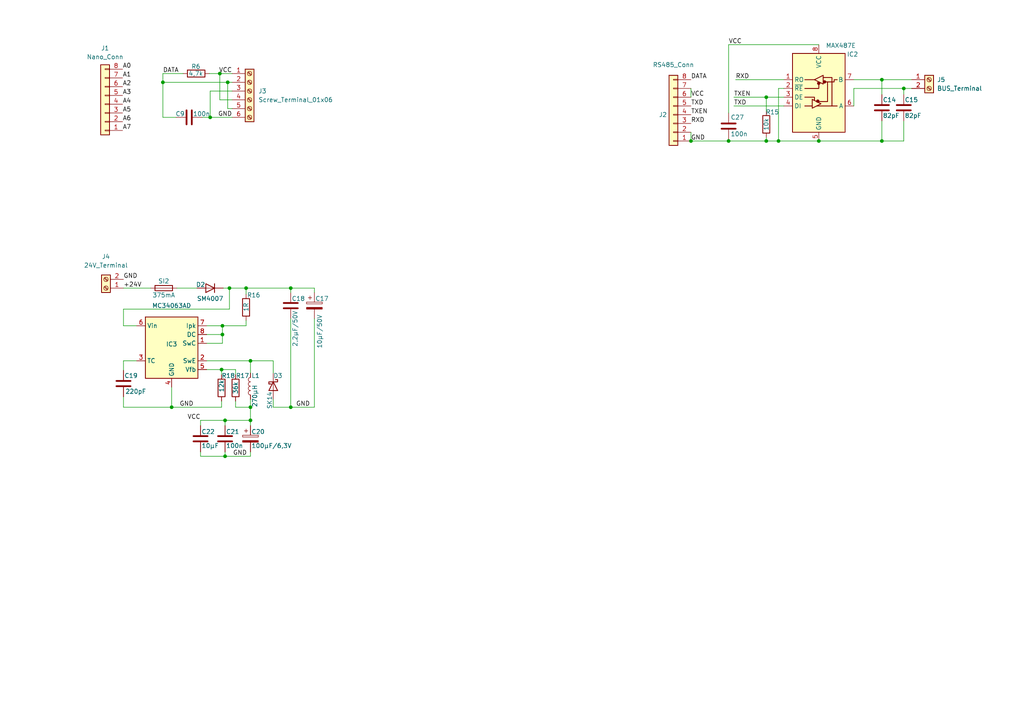
<source format=kicad_sch>
(kicad_sch (version 20211123) (generator eeschema)

  (uuid acaac1cb-087c-48fd-a8da-05d83e568f5d)

  (paper "A4")

  (lib_symbols
    (symbol "Connector:Screw_Terminal_01x02" (pin_names (offset 1.016) hide) (in_bom yes) (on_board yes)
      (property "Reference" "J" (id 0) (at 0 2.54 0)
        (effects (font (size 1.27 1.27)))
      )
      (property "Value" "Screw_Terminal_01x02" (id 1) (at 0 -5.08 0)
        (effects (font (size 1.27 1.27)))
      )
      (property "Footprint" "" (id 2) (at 0 0 0)
        (effects (font (size 1.27 1.27)) hide)
      )
      (property "Datasheet" "~" (id 3) (at 0 0 0)
        (effects (font (size 1.27 1.27)) hide)
      )
      (property "ki_keywords" "screw terminal" (id 4) (at 0 0 0)
        (effects (font (size 1.27 1.27)) hide)
      )
      (property "ki_description" "Generic screw terminal, single row, 01x02, script generated (kicad-library-utils/schlib/autogen/connector/)" (id 5) (at 0 0 0)
        (effects (font (size 1.27 1.27)) hide)
      )
      (property "ki_fp_filters" "TerminalBlock*:*" (id 6) (at 0 0 0)
        (effects (font (size 1.27 1.27)) hide)
      )
      (symbol "Screw_Terminal_01x02_1_1"
        (rectangle (start -1.27 1.27) (end 1.27 -3.81)
          (stroke (width 0.254) (type default) (color 0 0 0 0))
          (fill (type background))
        )
        (circle (center 0 -2.54) (radius 0.635)
          (stroke (width 0.1524) (type default) (color 0 0 0 0))
          (fill (type none))
        )
        (polyline
          (pts
            (xy -0.5334 -2.2098)
            (xy 0.3302 -3.048)
          )
          (stroke (width 0.1524) (type default) (color 0 0 0 0))
          (fill (type none))
        )
        (polyline
          (pts
            (xy -0.5334 0.3302)
            (xy 0.3302 -0.508)
          )
          (stroke (width 0.1524) (type default) (color 0 0 0 0))
          (fill (type none))
        )
        (polyline
          (pts
            (xy -0.3556 -2.032)
            (xy 0.508 -2.8702)
          )
          (stroke (width 0.1524) (type default) (color 0 0 0 0))
          (fill (type none))
        )
        (polyline
          (pts
            (xy -0.3556 0.508)
            (xy 0.508 -0.3302)
          )
          (stroke (width 0.1524) (type default) (color 0 0 0 0))
          (fill (type none))
        )
        (circle (center 0 0) (radius 0.635)
          (stroke (width 0.1524) (type default) (color 0 0 0 0))
          (fill (type none))
        )
        (pin passive line (at -5.08 0 0) (length 3.81)
          (name "Pin_1" (effects (font (size 1.27 1.27))))
          (number "1" (effects (font (size 1.27 1.27))))
        )
        (pin passive line (at -5.08 -2.54 0) (length 3.81)
          (name "Pin_2" (effects (font (size 1.27 1.27))))
          (number "2" (effects (font (size 1.27 1.27))))
        )
      )
    )
    (symbol "Connector:Screw_Terminal_01x06" (pin_names (offset 1.016) hide) (in_bom yes) (on_board yes)
      (property "Reference" "J" (id 0) (at 0 7.62 0)
        (effects (font (size 1.27 1.27)))
      )
      (property "Value" "Screw_Terminal_01x06" (id 1) (at 0 -10.16 0)
        (effects (font (size 1.27 1.27)))
      )
      (property "Footprint" "" (id 2) (at 0 0 0)
        (effects (font (size 1.27 1.27)) hide)
      )
      (property "Datasheet" "~" (id 3) (at 0 0 0)
        (effects (font (size 1.27 1.27)) hide)
      )
      (property "ki_keywords" "screw terminal" (id 4) (at 0 0 0)
        (effects (font (size 1.27 1.27)) hide)
      )
      (property "ki_description" "Generic screw terminal, single row, 01x06, script generated (kicad-library-utils/schlib/autogen/connector/)" (id 5) (at 0 0 0)
        (effects (font (size 1.27 1.27)) hide)
      )
      (property "ki_fp_filters" "TerminalBlock*:*" (id 6) (at 0 0 0)
        (effects (font (size 1.27 1.27)) hide)
      )
      (symbol "Screw_Terminal_01x06_1_1"
        (rectangle (start -1.27 6.35) (end 1.27 -8.89)
          (stroke (width 0.254) (type default) (color 0 0 0 0))
          (fill (type background))
        )
        (circle (center 0 -7.62) (radius 0.635)
          (stroke (width 0.1524) (type default) (color 0 0 0 0))
          (fill (type none))
        )
        (circle (center 0 -5.08) (radius 0.635)
          (stroke (width 0.1524) (type default) (color 0 0 0 0))
          (fill (type none))
        )
        (circle (center 0 -2.54) (radius 0.635)
          (stroke (width 0.1524) (type default) (color 0 0 0 0))
          (fill (type none))
        )
        (polyline
          (pts
            (xy -0.5334 -7.2898)
            (xy 0.3302 -8.128)
          )
          (stroke (width 0.1524) (type default) (color 0 0 0 0))
          (fill (type none))
        )
        (polyline
          (pts
            (xy -0.5334 -4.7498)
            (xy 0.3302 -5.588)
          )
          (stroke (width 0.1524) (type default) (color 0 0 0 0))
          (fill (type none))
        )
        (polyline
          (pts
            (xy -0.5334 -2.2098)
            (xy 0.3302 -3.048)
          )
          (stroke (width 0.1524) (type default) (color 0 0 0 0))
          (fill (type none))
        )
        (polyline
          (pts
            (xy -0.5334 0.3302)
            (xy 0.3302 -0.508)
          )
          (stroke (width 0.1524) (type default) (color 0 0 0 0))
          (fill (type none))
        )
        (polyline
          (pts
            (xy -0.5334 2.8702)
            (xy 0.3302 2.032)
          )
          (stroke (width 0.1524) (type default) (color 0 0 0 0))
          (fill (type none))
        )
        (polyline
          (pts
            (xy -0.5334 5.4102)
            (xy 0.3302 4.572)
          )
          (stroke (width 0.1524) (type default) (color 0 0 0 0))
          (fill (type none))
        )
        (polyline
          (pts
            (xy -0.3556 -7.112)
            (xy 0.508 -7.9502)
          )
          (stroke (width 0.1524) (type default) (color 0 0 0 0))
          (fill (type none))
        )
        (polyline
          (pts
            (xy -0.3556 -4.572)
            (xy 0.508 -5.4102)
          )
          (stroke (width 0.1524) (type default) (color 0 0 0 0))
          (fill (type none))
        )
        (polyline
          (pts
            (xy -0.3556 -2.032)
            (xy 0.508 -2.8702)
          )
          (stroke (width 0.1524) (type default) (color 0 0 0 0))
          (fill (type none))
        )
        (polyline
          (pts
            (xy -0.3556 0.508)
            (xy 0.508 -0.3302)
          )
          (stroke (width 0.1524) (type default) (color 0 0 0 0))
          (fill (type none))
        )
        (polyline
          (pts
            (xy -0.3556 3.048)
            (xy 0.508 2.2098)
          )
          (stroke (width 0.1524) (type default) (color 0 0 0 0))
          (fill (type none))
        )
        (polyline
          (pts
            (xy -0.3556 5.588)
            (xy 0.508 4.7498)
          )
          (stroke (width 0.1524) (type default) (color 0 0 0 0))
          (fill (type none))
        )
        (circle (center 0 0) (radius 0.635)
          (stroke (width 0.1524) (type default) (color 0 0 0 0))
          (fill (type none))
        )
        (circle (center 0 2.54) (radius 0.635)
          (stroke (width 0.1524) (type default) (color 0 0 0 0))
          (fill (type none))
        )
        (circle (center 0 5.08) (radius 0.635)
          (stroke (width 0.1524) (type default) (color 0 0 0 0))
          (fill (type none))
        )
        (pin passive line (at -5.08 5.08 0) (length 3.81)
          (name "Pin_1" (effects (font (size 1.27 1.27))))
          (number "1" (effects (font (size 1.27 1.27))))
        )
        (pin passive line (at -5.08 2.54 0) (length 3.81)
          (name "Pin_2" (effects (font (size 1.27 1.27))))
          (number "2" (effects (font (size 1.27 1.27))))
        )
        (pin passive line (at -5.08 0 0) (length 3.81)
          (name "Pin_3" (effects (font (size 1.27 1.27))))
          (number "3" (effects (font (size 1.27 1.27))))
        )
        (pin passive line (at -5.08 -2.54 0) (length 3.81)
          (name "Pin_4" (effects (font (size 1.27 1.27))))
          (number "4" (effects (font (size 1.27 1.27))))
        )
        (pin passive line (at -5.08 -5.08 0) (length 3.81)
          (name "Pin_5" (effects (font (size 1.27 1.27))))
          (number "5" (effects (font (size 1.27 1.27))))
        )
        (pin passive line (at -5.08 -7.62 0) (length 3.81)
          (name "Pin_6" (effects (font (size 1.27 1.27))))
          (number "6" (effects (font (size 1.27 1.27))))
        )
      )
    )
    (symbol "Connector_Generic:Conn_01x08" (pin_names (offset 1.016) hide) (in_bom yes) (on_board yes)
      (property "Reference" "J" (id 0) (at 0 10.16 0)
        (effects (font (size 1.27 1.27)))
      )
      (property "Value" "Conn_01x08" (id 1) (at 0 -12.7 0)
        (effects (font (size 1.27 1.27)))
      )
      (property "Footprint" "" (id 2) (at 0 0 0)
        (effects (font (size 1.27 1.27)) hide)
      )
      (property "Datasheet" "~" (id 3) (at 0 0 0)
        (effects (font (size 1.27 1.27)) hide)
      )
      (property "ki_keywords" "connector" (id 4) (at 0 0 0)
        (effects (font (size 1.27 1.27)) hide)
      )
      (property "ki_description" "Generic connector, single row, 01x08, script generated (kicad-library-utils/schlib/autogen/connector/)" (id 5) (at 0 0 0)
        (effects (font (size 1.27 1.27)) hide)
      )
      (property "ki_fp_filters" "Connector*:*_1x??_*" (id 6) (at 0 0 0)
        (effects (font (size 1.27 1.27)) hide)
      )
      (symbol "Conn_01x08_1_1"
        (rectangle (start -1.27 -10.033) (end 0 -10.287)
          (stroke (width 0.1524) (type default) (color 0 0 0 0))
          (fill (type none))
        )
        (rectangle (start -1.27 -7.493) (end 0 -7.747)
          (stroke (width 0.1524) (type default) (color 0 0 0 0))
          (fill (type none))
        )
        (rectangle (start -1.27 -4.953) (end 0 -5.207)
          (stroke (width 0.1524) (type default) (color 0 0 0 0))
          (fill (type none))
        )
        (rectangle (start -1.27 -2.413) (end 0 -2.667)
          (stroke (width 0.1524) (type default) (color 0 0 0 0))
          (fill (type none))
        )
        (rectangle (start -1.27 0.127) (end 0 -0.127)
          (stroke (width 0.1524) (type default) (color 0 0 0 0))
          (fill (type none))
        )
        (rectangle (start -1.27 2.667) (end 0 2.413)
          (stroke (width 0.1524) (type default) (color 0 0 0 0))
          (fill (type none))
        )
        (rectangle (start -1.27 5.207) (end 0 4.953)
          (stroke (width 0.1524) (type default) (color 0 0 0 0))
          (fill (type none))
        )
        (rectangle (start -1.27 7.747) (end 0 7.493)
          (stroke (width 0.1524) (type default) (color 0 0 0 0))
          (fill (type none))
        )
        (rectangle (start -1.27 8.89) (end 1.27 -11.43)
          (stroke (width 0.254) (type default) (color 0 0 0 0))
          (fill (type background))
        )
        (pin passive line (at -5.08 7.62 0) (length 3.81)
          (name "Pin_1" (effects (font (size 1.27 1.27))))
          (number "1" (effects (font (size 1.27 1.27))))
        )
        (pin passive line (at -5.08 5.08 0) (length 3.81)
          (name "Pin_2" (effects (font (size 1.27 1.27))))
          (number "2" (effects (font (size 1.27 1.27))))
        )
        (pin passive line (at -5.08 2.54 0) (length 3.81)
          (name "Pin_3" (effects (font (size 1.27 1.27))))
          (number "3" (effects (font (size 1.27 1.27))))
        )
        (pin passive line (at -5.08 0 0) (length 3.81)
          (name "Pin_4" (effects (font (size 1.27 1.27))))
          (number "4" (effects (font (size 1.27 1.27))))
        )
        (pin passive line (at -5.08 -2.54 0) (length 3.81)
          (name "Pin_5" (effects (font (size 1.27 1.27))))
          (number "5" (effects (font (size 1.27 1.27))))
        )
        (pin passive line (at -5.08 -5.08 0) (length 3.81)
          (name "Pin_6" (effects (font (size 1.27 1.27))))
          (number "6" (effects (font (size 1.27 1.27))))
        )
        (pin passive line (at -5.08 -7.62 0) (length 3.81)
          (name "Pin_7" (effects (font (size 1.27 1.27))))
          (number "7" (effects (font (size 1.27 1.27))))
        )
        (pin passive line (at -5.08 -10.16 0) (length 3.81)
          (name "Pin_8" (effects (font (size 1.27 1.27))))
          (number "8" (effects (font (size 1.27 1.27))))
        )
      )
    )
    (symbol "Device:C" (pin_numbers hide) (pin_names (offset 0.254)) (in_bom yes) (on_board yes)
      (property "Reference" "C" (id 0) (at 0.635 2.54 0)
        (effects (font (size 1.27 1.27)) (justify left))
      )
      (property "Value" "C" (id 1) (at 0.635 -2.54 0)
        (effects (font (size 1.27 1.27)) (justify left))
      )
      (property "Footprint" "" (id 2) (at 0.9652 -3.81 0)
        (effects (font (size 1.27 1.27)) hide)
      )
      (property "Datasheet" "~" (id 3) (at 0 0 0)
        (effects (font (size 1.27 1.27)) hide)
      )
      (property "ki_keywords" "cap capacitor" (id 4) (at 0 0 0)
        (effects (font (size 1.27 1.27)) hide)
      )
      (property "ki_description" "Unpolarized capacitor" (id 5) (at 0 0 0)
        (effects (font (size 1.27 1.27)) hide)
      )
      (property "ki_fp_filters" "C_*" (id 6) (at 0 0 0)
        (effects (font (size 1.27 1.27)) hide)
      )
      (symbol "C_0_1"
        (polyline
          (pts
            (xy -2.032 -0.762)
            (xy 2.032 -0.762)
          )
          (stroke (width 0.508) (type default) (color 0 0 0 0))
          (fill (type none))
        )
        (polyline
          (pts
            (xy -2.032 0.762)
            (xy 2.032 0.762)
          )
          (stroke (width 0.508) (type default) (color 0 0 0 0))
          (fill (type none))
        )
      )
      (symbol "C_1_1"
        (pin passive line (at 0 3.81 270) (length 2.794)
          (name "~" (effects (font (size 1.27 1.27))))
          (number "1" (effects (font (size 1.27 1.27))))
        )
        (pin passive line (at 0 -3.81 90) (length 2.794)
          (name "~" (effects (font (size 1.27 1.27))))
          (number "2" (effects (font (size 1.27 1.27))))
        )
      )
    )
    (symbol "Device:C_Polarized" (pin_numbers hide) (pin_names (offset 0.254)) (in_bom yes) (on_board yes)
      (property "Reference" "C" (id 0) (at 0.635 2.54 0)
        (effects (font (size 1.27 1.27)) (justify left))
      )
      (property "Value" "C_Polarized" (id 1) (at 0.635 -2.54 0)
        (effects (font (size 1.27 1.27)) (justify left))
      )
      (property "Footprint" "" (id 2) (at 0.9652 -3.81 0)
        (effects (font (size 1.27 1.27)) hide)
      )
      (property "Datasheet" "~" (id 3) (at 0 0 0)
        (effects (font (size 1.27 1.27)) hide)
      )
      (property "ki_keywords" "cap capacitor" (id 4) (at 0 0 0)
        (effects (font (size 1.27 1.27)) hide)
      )
      (property "ki_description" "Polarized capacitor" (id 5) (at 0 0 0)
        (effects (font (size 1.27 1.27)) hide)
      )
      (property "ki_fp_filters" "CP_*" (id 6) (at 0 0 0)
        (effects (font (size 1.27 1.27)) hide)
      )
      (symbol "C_Polarized_0_1"
        (rectangle (start -2.286 0.508) (end 2.286 1.016)
          (stroke (width 0) (type default) (color 0 0 0 0))
          (fill (type none))
        )
        (polyline
          (pts
            (xy -1.778 2.286)
            (xy -0.762 2.286)
          )
          (stroke (width 0) (type default) (color 0 0 0 0))
          (fill (type none))
        )
        (polyline
          (pts
            (xy -1.27 2.794)
            (xy -1.27 1.778)
          )
          (stroke (width 0) (type default) (color 0 0 0 0))
          (fill (type none))
        )
        (rectangle (start 2.286 -0.508) (end -2.286 -1.016)
          (stroke (width 0) (type default) (color 0 0 0 0))
          (fill (type outline))
        )
      )
      (symbol "C_Polarized_1_1"
        (pin passive line (at 0 3.81 270) (length 2.794)
          (name "~" (effects (font (size 1.27 1.27))))
          (number "1" (effects (font (size 1.27 1.27))))
        )
        (pin passive line (at 0 -3.81 90) (length 2.794)
          (name "~" (effects (font (size 1.27 1.27))))
          (number "2" (effects (font (size 1.27 1.27))))
        )
      )
    )
    (symbol "Device:Fuse" (pin_numbers hide) (pin_names (offset 0)) (in_bom yes) (on_board yes)
      (property "Reference" "F" (id 0) (at 2.032 0 90)
        (effects (font (size 1.27 1.27)))
      )
      (property "Value" "Fuse" (id 1) (at -1.905 0 90)
        (effects (font (size 1.27 1.27)))
      )
      (property "Footprint" "" (id 2) (at -1.778 0 90)
        (effects (font (size 1.27 1.27)) hide)
      )
      (property "Datasheet" "~" (id 3) (at 0 0 0)
        (effects (font (size 1.27 1.27)) hide)
      )
      (property "ki_keywords" "fuse" (id 4) (at 0 0 0)
        (effects (font (size 1.27 1.27)) hide)
      )
      (property "ki_description" "Fuse" (id 5) (at 0 0 0)
        (effects (font (size 1.27 1.27)) hide)
      )
      (property "ki_fp_filters" "*Fuse*" (id 6) (at 0 0 0)
        (effects (font (size 1.27 1.27)) hide)
      )
      (symbol "Fuse_0_1"
        (rectangle (start -0.762 -2.54) (end 0.762 2.54)
          (stroke (width 0.254) (type default) (color 0 0 0 0))
          (fill (type none))
        )
        (polyline
          (pts
            (xy 0 2.54)
            (xy 0 -2.54)
          )
          (stroke (width 0) (type default) (color 0 0 0 0))
          (fill (type none))
        )
      )
      (symbol "Fuse_1_1"
        (pin passive line (at 0 3.81 270) (length 1.27)
          (name "~" (effects (font (size 1.27 1.27))))
          (number "1" (effects (font (size 1.27 1.27))))
        )
        (pin passive line (at 0 -3.81 90) (length 1.27)
          (name "~" (effects (font (size 1.27 1.27))))
          (number "2" (effects (font (size 1.27 1.27))))
        )
      )
    )
    (symbol "Device:L" (pin_numbers hide) (pin_names (offset 1.016) hide) (in_bom yes) (on_board yes)
      (property "Reference" "L" (id 0) (at -1.27 0 90)
        (effects (font (size 1.27 1.27)))
      )
      (property "Value" "L" (id 1) (at 1.905 0 90)
        (effects (font (size 1.27 1.27)))
      )
      (property "Footprint" "" (id 2) (at 0 0 0)
        (effects (font (size 1.27 1.27)) hide)
      )
      (property "Datasheet" "~" (id 3) (at 0 0 0)
        (effects (font (size 1.27 1.27)) hide)
      )
      (property "ki_keywords" "inductor choke coil reactor magnetic" (id 4) (at 0 0 0)
        (effects (font (size 1.27 1.27)) hide)
      )
      (property "ki_description" "Inductor" (id 5) (at 0 0 0)
        (effects (font (size 1.27 1.27)) hide)
      )
      (property "ki_fp_filters" "Choke_* *Coil* Inductor_* L_*" (id 6) (at 0 0 0)
        (effects (font (size 1.27 1.27)) hide)
      )
      (symbol "L_0_1"
        (arc (start 0 -2.54) (mid 0.635 -1.905) (end 0 -1.27)
          (stroke (width 0) (type default) (color 0 0 0 0))
          (fill (type none))
        )
        (arc (start 0 -1.27) (mid 0.635 -0.635) (end 0 0)
          (stroke (width 0) (type default) (color 0 0 0 0))
          (fill (type none))
        )
        (arc (start 0 0) (mid 0.635 0.635) (end 0 1.27)
          (stroke (width 0) (type default) (color 0 0 0 0))
          (fill (type none))
        )
        (arc (start 0 1.27) (mid 0.635 1.905) (end 0 2.54)
          (stroke (width 0) (type default) (color 0 0 0 0))
          (fill (type none))
        )
      )
      (symbol "L_1_1"
        (pin passive line (at 0 3.81 270) (length 1.27)
          (name "1" (effects (font (size 1.27 1.27))))
          (number "1" (effects (font (size 1.27 1.27))))
        )
        (pin passive line (at 0 -3.81 90) (length 1.27)
          (name "2" (effects (font (size 1.27 1.27))))
          (number "2" (effects (font (size 1.27 1.27))))
        )
      )
    )
    (symbol "Device:R" (pin_numbers hide) (pin_names (offset 0)) (in_bom yes) (on_board yes)
      (property "Reference" "R" (id 0) (at 2.032 0 90)
        (effects (font (size 1.27 1.27)))
      )
      (property "Value" "R" (id 1) (at 0 0 90)
        (effects (font (size 1.27 1.27)))
      )
      (property "Footprint" "" (id 2) (at -1.778 0 90)
        (effects (font (size 1.27 1.27)) hide)
      )
      (property "Datasheet" "~" (id 3) (at 0 0 0)
        (effects (font (size 1.27 1.27)) hide)
      )
      (property "ki_keywords" "R res resistor" (id 4) (at 0 0 0)
        (effects (font (size 1.27 1.27)) hide)
      )
      (property "ki_description" "Resistor" (id 5) (at 0 0 0)
        (effects (font (size 1.27 1.27)) hide)
      )
      (property "ki_fp_filters" "R_*" (id 6) (at 0 0 0)
        (effects (font (size 1.27 1.27)) hide)
      )
      (symbol "R_0_1"
        (rectangle (start -1.016 -2.54) (end 1.016 2.54)
          (stroke (width 0.254) (type default) (color 0 0 0 0))
          (fill (type none))
        )
      )
      (symbol "R_1_1"
        (pin passive line (at 0 3.81 270) (length 1.27)
          (name "~" (effects (font (size 1.27 1.27))))
          (number "1" (effects (font (size 1.27 1.27))))
        )
        (pin passive line (at 0 -3.81 90) (length 1.27)
          (name "~" (effects (font (size 1.27 1.27))))
          (number "2" (effects (font (size 1.27 1.27))))
        )
      )
    )
    (symbol "Diode:SB140" (pin_numbers hide) (pin_names (offset 1.016) hide) (in_bom yes) (on_board yes)
      (property "Reference" "D" (id 0) (at 0 2.54 0)
        (effects (font (size 1.27 1.27)))
      )
      (property "Value" "SB140" (id 1) (at 0 -2.54 0)
        (effects (font (size 1.27 1.27)))
      )
      (property "Footprint" "Diode_THT:D_DO-41_SOD81_P10.16mm_Horizontal" (id 2) (at 0 -4.445 0)
        (effects (font (size 1.27 1.27)) hide)
      )
      (property "Datasheet" "http://www.diodes.com/_files/datasheets/ds23022.pdf" (id 3) (at 0 0 0)
        (effects (font (size 1.27 1.27)) hide)
      )
      (property "ki_keywords" "diode Schottky" (id 4) (at 0 0 0)
        (effects (font (size 1.27 1.27)) hide)
      )
      (property "ki_description" "40V 1A Schottky Barrier Rectifier Diode, DO-41" (id 5) (at 0 0 0)
        (effects (font (size 1.27 1.27)) hide)
      )
      (property "ki_fp_filters" "D*DO?41*" (id 6) (at 0 0 0)
        (effects (font (size 1.27 1.27)) hide)
      )
      (symbol "SB140_0_1"
        (polyline
          (pts
            (xy 1.27 0)
            (xy -1.27 0)
          )
          (stroke (width 0) (type default) (color 0 0 0 0))
          (fill (type none))
        )
        (polyline
          (pts
            (xy 1.27 1.27)
            (xy 1.27 -1.27)
            (xy -1.27 0)
            (xy 1.27 1.27)
          )
          (stroke (width 0.254) (type default) (color 0 0 0 0))
          (fill (type none))
        )
        (polyline
          (pts
            (xy -1.905 0.635)
            (xy -1.905 1.27)
            (xy -1.27 1.27)
            (xy -1.27 -1.27)
            (xy -0.635 -1.27)
            (xy -0.635 -0.635)
          )
          (stroke (width 0.254) (type default) (color 0 0 0 0))
          (fill (type none))
        )
      )
      (symbol "SB140_1_1"
        (pin passive line (at -3.81 0 0) (length 2.54)
          (name "K" (effects (font (size 1.27 1.27))))
          (number "1" (effects (font (size 1.27 1.27))))
        )
        (pin passive line (at 3.81 0 180) (length 2.54)
          (name "A" (effects (font (size 1.27 1.27))))
          (number "2" (effects (font (size 1.27 1.27))))
        )
      )
    )
    (symbol "Diode:SM4007" (pin_numbers hide) (pin_names (offset 1.016) hide) (in_bom yes) (on_board yes)
      (property "Reference" "D" (id 0) (at 0 2.54 0)
        (effects (font (size 1.27 1.27)))
      )
      (property "Value" "SM4007" (id 1) (at 0 -2.54 0)
        (effects (font (size 1.27 1.27)))
      )
      (property "Footprint" "Diode_SMD:D_MELF" (id 2) (at 0 -4.445 0)
        (effects (font (size 1.27 1.27)) hide)
      )
      (property "Datasheet" "http://cdn-reichelt.de/documents/datenblatt/A400/SMD1N400%23DIO.pdf" (id 3) (at 0 0 0)
        (effects (font (size 1.27 1.27)) hide)
      )
      (property "ki_keywords" "diode" (id 4) (at 0 0 0)
        (effects (font (size 1.27 1.27)) hide)
      )
      (property "ki_description" "1000V 1A General Purpose Rectifier Diode, MELF" (id 5) (at 0 0 0)
        (effects (font (size 1.27 1.27)) hide)
      )
      (property "ki_fp_filters" "D*MELF*" (id 6) (at 0 0 0)
        (effects (font (size 1.27 1.27)) hide)
      )
      (symbol "SM4007_0_1"
        (polyline
          (pts
            (xy -1.27 1.27)
            (xy -1.27 -1.27)
          )
          (stroke (width 0.254) (type default) (color 0 0 0 0))
          (fill (type none))
        )
        (polyline
          (pts
            (xy 1.27 0)
            (xy -1.27 0)
          )
          (stroke (width 0) (type default) (color 0 0 0 0))
          (fill (type none))
        )
        (polyline
          (pts
            (xy 1.27 1.27)
            (xy 1.27 -1.27)
            (xy -1.27 0)
            (xy 1.27 1.27)
          )
          (stroke (width 0.254) (type default) (color 0 0 0 0))
          (fill (type none))
        )
      )
      (symbol "SM4007_1_1"
        (pin passive line (at -3.81 0 0) (length 2.54)
          (name "K" (effects (font (size 1.27 1.27))))
          (number "1" (effects (font (size 1.27 1.27))))
        )
        (pin passive line (at 3.81 0 180) (length 2.54)
          (name "A" (effects (font (size 1.27 1.27))))
          (number "2" (effects (font (size 1.27 1.27))))
        )
      )
    )
    (symbol "Interface_UART:MAX487E" (in_bom yes) (on_board yes)
      (property "Reference" "U" (id 0) (at -6.096 11.43 0)
        (effects (font (size 1.27 1.27)))
      )
      (property "Value" "MAX487E" (id 1) (at 0.762 11.43 0)
        (effects (font (size 1.27 1.27)) (justify left))
      )
      (property "Footprint" "" (id 2) (at 0 -17.78 0)
        (effects (font (size 1.27 1.27)) hide)
      )
      (property "Datasheet" "https://datasheets.maximintegrated.com/en/ds/MAX1487E-MAX491E.pdf" (id 3) (at 0 1.27 0)
        (effects (font (size 1.27 1.27)) hide)
      )
      (property "ki_keywords" "Half duplex RS-485/RS-422, 0.25 Mbps, ±15kV electro-static discharge (ESD) protection, with slew-rate, with low-power shutdown, with receiver/driver enable, 128 receiver drive kapacitity, DIP-8 and SOIC-8" (id 4) (at 0 0 0)
        (effects (font (size 1.27 1.27)) hide)
      )
      (property "ki_description" "Half duplex RS-485/RS-422, 0.25 Mbps, ±15kV electro-static discharge (ESD) protection, with slew-rate, with low-power shutdown, with receiver/driver enable, 128 receiver drive kapacitity, DIP-8 and SOIC-8" (id 5) (at 0 0 0)
        (effects (font (size 1.27 1.27)) hide)
      )
      (property "ki_fp_filters" "DIP*W7.62mm* SOIC*3.9x4.9mm*P1.27mm*" (id 6) (at 0 0 0)
        (effects (font (size 1.27 1.27)) hide)
      )
      (symbol "MAX487E_0_1"
        (rectangle (start -7.62 10.16) (end 7.62 -12.7)
          (stroke (width 0.254) (type default) (color 0 0 0 0))
          (fill (type background))
        )
        (circle (center -0.3048 -3.683) (radius 0.3556)
          (stroke (width 0.254) (type default) (color 0 0 0 0))
          (fill (type outline))
        )
        (circle (center -0.0254 1.4986) (radius 0.3556)
          (stroke (width 0.254) (type default) (color 0 0 0 0))
          (fill (type outline))
        )
        (polyline
          (pts
            (xy -4.064 -5.08)
            (xy -1.905 -5.08)
          )
          (stroke (width 0.254) (type default) (color 0 0 0 0))
          (fill (type none))
        )
        (polyline
          (pts
            (xy -4.064 2.54)
            (xy -1.27 2.54)
          )
          (stroke (width 0.254) (type default) (color 0 0 0 0))
          (fill (type none))
        )
        (polyline
          (pts
            (xy -1.27 -3.2004)
            (xy -1.27 -3.4544)
          )
          (stroke (width 0.254) (type default) (color 0 0 0 0))
          (fill (type none))
        )
        (polyline
          (pts
            (xy -0.635 -5.08)
            (xy 5.334 -5.08)
          )
          (stroke (width 0.254) (type default) (color 0 0 0 0))
          (fill (type none))
        )
        (polyline
          (pts
            (xy -4.064 -2.54)
            (xy -1.27 -2.54)
            (xy -1.27 -3.175)
          )
          (stroke (width 0.254) (type default) (color 0 0 0 0))
          (fill (type none))
        )
        (polyline
          (pts
            (xy 0 1.27)
            (xy 0 0)
            (xy -4.064 0)
          )
          (stroke (width 0.254) (type default) (color 0 0 0 0))
          (fill (type none))
        )
        (polyline
          (pts
            (xy 1.27 3.175)
            (xy 3.81 3.175)
            (xy 3.81 -5.08)
          )
          (stroke (width 0.254) (type default) (color 0 0 0 0))
          (fill (type none))
        )
        (polyline
          (pts
            (xy 2.54 1.905)
            (xy 2.54 -3.81)
            (xy 0 -3.81)
          )
          (stroke (width 0.254) (type default) (color 0 0 0 0))
          (fill (type none))
        )
        (polyline
          (pts
            (xy -1.905 -3.175)
            (xy -1.905 -5.715)
            (xy 0.635 -4.445)
            (xy -1.905 -3.175)
          )
          (stroke (width 0.254) (type default) (color 0 0 0 0))
          (fill (type none))
        )
        (polyline
          (pts
            (xy -1.27 2.54)
            (xy 1.27 3.81)
            (xy 1.27 1.27)
            (xy -1.27 2.54)
          )
          (stroke (width 0.254) (type default) (color 0 0 0 0))
          (fill (type none))
        )
        (polyline
          (pts
            (xy 1.905 1.905)
            (xy 4.445 1.905)
            (xy 4.445 2.54)
            (xy 5.334 2.54)
          )
          (stroke (width 0.254) (type default) (color 0 0 0 0))
          (fill (type none))
        )
        (rectangle (start 1.27 3.175) (end 1.27 3.175)
          (stroke (width 0) (type default) (color 0 0 0 0))
          (fill (type none))
        )
        (circle (center 1.651 1.905) (radius 0.3556)
          (stroke (width 0.254) (type default) (color 0 0 0 0))
          (fill (type outline))
        )
      )
      (symbol "MAX487E_1_1"
        (pin output line (at -10.16 2.54 0) (length 2.54)
          (name "RO" (effects (font (size 1.27 1.27))))
          (number "1" (effects (font (size 1.27 1.27))))
        )
        (pin input line (at -10.16 0 0) (length 2.54)
          (name "~{RE}" (effects (font (size 1.27 1.27))))
          (number "2" (effects (font (size 1.27 1.27))))
        )
        (pin input line (at -10.16 -2.54 0) (length 2.54)
          (name "DE" (effects (font (size 1.27 1.27))))
          (number "3" (effects (font (size 1.27 1.27))))
        )
        (pin input line (at -10.16 -5.08 0) (length 2.54)
          (name "DI" (effects (font (size 1.27 1.27))))
          (number "4" (effects (font (size 1.27 1.27))))
        )
        (pin power_in line (at 0 -15.24 90) (length 2.54)
          (name "GND" (effects (font (size 1.27 1.27))))
          (number "5" (effects (font (size 1.27 1.27))))
        )
        (pin bidirectional line (at 10.16 -5.08 180) (length 2.54)
          (name "A" (effects (font (size 1.27 1.27))))
          (number "6" (effects (font (size 1.27 1.27))))
        )
        (pin bidirectional line (at 10.16 2.54 180) (length 2.54)
          (name "B" (effects (font (size 1.27 1.27))))
          (number "7" (effects (font (size 1.27 1.27))))
        )
        (pin power_in line (at 0 12.7 270) (length 2.54)
          (name "VCC" (effects (font (size 1.27 1.27))))
          (number "8" (effects (font (size 1.27 1.27))))
        )
      )
    )
    (symbol "Regulator_Switching:MC34063AD" (in_bom yes) (on_board yes)
      (property "Reference" "U" (id 0) (at -7.62 8.89 0)
        (effects (font (size 1.27 1.27)) (justify left))
      )
      (property "Value" "MC34063AD" (id 1) (at 0 8.89 0)
        (effects (font (size 1.27 1.27)) (justify left))
      )
      (property "Footprint" "Package_SO:SOIC-8_3.9x4.9mm_P1.27mm" (id 2) (at 1.27 -11.43 0)
        (effects (font (size 1.27 1.27)) (justify left) hide)
      )
      (property "Datasheet" "http://www.onsemi.com/pub_link/Collateral/MC34063A-D.PDF" (id 3) (at 12.7 -2.54 0)
        (effects (font (size 1.27 1.27)) hide)
      )
      (property "ki_keywords" "smps buck boost inverting" (id 4) (at 0 0 0)
        (effects (font (size 1.27 1.27)) hide)
      )
      (property "ki_description" "1.5A, step-up/down/inverting switching regulator, 3-40V Vin, 100kHz, SO-8" (id 5) (at 0 0 0)
        (effects (font (size 1.27 1.27)) hide)
      )
      (property "ki_fp_filters" "SOIC*3.9x4.9mm*P1.27mm*" (id 6) (at 0 0 0)
        (effects (font (size 1.27 1.27)) hide)
      )
      (symbol "MC34063AD_0_1"
        (rectangle (start -7.62 7.62) (end 7.62 -10.16)
          (stroke (width 0.254) (type default) (color 0 0 0 0))
          (fill (type background))
        )
      )
      (symbol "MC34063AD_1_1"
        (pin open_collector line (at 10.16 0 180) (length 2.54)
          (name "SwC" (effects (font (size 1.27 1.27))))
          (number "1" (effects (font (size 1.27 1.27))))
        )
        (pin open_emitter line (at 10.16 -5.08 180) (length 2.54)
          (name "SwE" (effects (font (size 1.27 1.27))))
          (number "2" (effects (font (size 1.27 1.27))))
        )
        (pin passive line (at -10.16 -5.08 0) (length 2.54)
          (name "TC" (effects (font (size 1.27 1.27))))
          (number "3" (effects (font (size 1.27 1.27))))
        )
        (pin power_in line (at 0 -12.7 90) (length 2.54)
          (name "GND" (effects (font (size 1.27 1.27))))
          (number "4" (effects (font (size 1.27 1.27))))
        )
        (pin input line (at 10.16 -7.62 180) (length 2.54)
          (name "Vfb" (effects (font (size 1.27 1.27))))
          (number "5" (effects (font (size 1.27 1.27))))
        )
        (pin power_in line (at -10.16 5.08 0) (length 2.54)
          (name "Vin" (effects (font (size 1.27 1.27))))
          (number "6" (effects (font (size 1.27 1.27))))
        )
        (pin input line (at 10.16 5.08 180) (length 2.54)
          (name "Ipk" (effects (font (size 1.27 1.27))))
          (number "7" (effects (font (size 1.27 1.27))))
        )
        (pin open_collector line (at 10.16 2.54 180) (length 2.54)
          (name "DC" (effects (font (size 1.27 1.27))))
          (number "8" (effects (font (size 1.27 1.27))))
        )
      )
    )
  )

  (junction (at 49.784 118.11) (diameter 0) (color 0 0 0 0)
    (uuid 08a077af-ed54-4335-83f3-e0569246d253)
  )
  (junction (at 222.25 28.194) (diameter 0) (color 0 0 0 0)
    (uuid 08b570fc-b8a8-4e6c-8135-920953772fd4)
  )
  (junction (at 200.406 40.894) (diameter 0) (color 0 0 0 0)
    (uuid 124dc3a9-000f-41fa-9ba1-e0f074f785ae)
  )
  (junction (at 60.96 34.036) (diameter 0) (color 0 0 0 0)
    (uuid 1977db59-448f-471b-8c03-dfbcc2411660)
  )
  (junction (at 65.278 121.92) (diameter 0) (color 0 0 0 0)
    (uuid 2720ed63-a021-4ba9-b0f8-39fc84345464)
  )
  (junction (at 72.644 121.92) (diameter 0) (color 0 0 0 0)
    (uuid 33cd36b7-4eea-4d8d-8d96-e88b6794b22f)
  )
  (junction (at 225.806 40.894) (diameter 0) (color 0 0 0 0)
    (uuid 49175286-0a78-4e13-b427-c884988e7c2f)
  )
  (junction (at 64.262 107.188) (diameter 0) (color 0 0 0 0)
    (uuid 4fc004ed-26a8-42be-8e54-b43f11f04b5d)
  )
  (junction (at 63.754 21.336) (diameter 0) (color 0 0 0 0)
    (uuid 51b2acd0-df08-4016-bf4d-843deb90d997)
  )
  (junction (at 255.778 40.894) (diameter 0) (color 0 0 0 0)
    (uuid 560dddbf-86da-4bb1-a97d-428d253f4ead)
  )
  (junction (at 64.516 97.028) (diameter 0) (color 0 0 0 0)
    (uuid 56f7de17-1567-43c1-ac84-11d861efde6c)
  )
  (junction (at 211.328 40.894) (diameter 0) (color 0 0 0 0)
    (uuid 5b30a47a-c8ff-4cfc-9dd5-eae6dddd4f4a)
  )
  (junction (at 65.278 132.334) (diameter 0) (color 0 0 0 0)
    (uuid 66c2bd0a-e89b-4606-804f-e024d81ba7cb)
  )
  (junction (at 71.374 83.566) (diameter 0) (color 0 0 0 0)
    (uuid 673efbb9-54b8-48fc-a95d-7245506e7932)
  )
  (junction (at 66.04 23.876) (diameter 0) (color 0 0 0 0)
    (uuid 6f3c265a-5141-40c4-8431-e817379bb410)
  )
  (junction (at 66.548 83.566) (diameter 0) (color 0 0 0 0)
    (uuid 7de05223-3b40-4e0f-92cf-2dfb61f6f405)
  )
  (junction (at 262.128 25.654) (diameter 0) (color 0 0 0 0)
    (uuid 8a50089f-8562-44b6-80b1-84331975ecc5)
  )
  (junction (at 84.328 118.11) (diameter 0) (color 0 0 0 0)
    (uuid 9c03879a-a683-4306-b9a2-e652dfbd0789)
  )
  (junction (at 47.244 23.876) (diameter 0) (color 0 0 0 0)
    (uuid a1689369-17b5-4102-854a-cbed65ef116b)
  )
  (junction (at 64.516 94.488) (diameter 0) (color 0 0 0 0)
    (uuid ae8c9d8d-89e7-4072-a9a5-951e58513392)
  )
  (junction (at 84.328 83.566) (diameter 0) (color 0 0 0 0)
    (uuid b86e2f59-9a21-4a1e-bcde-391c9540558a)
  )
  (junction (at 72.644 118.11) (diameter 0) (color 0 0 0 0)
    (uuid c21c5489-3af4-47d1-9daf-3025d766dd9f)
  )
  (junction (at 255.778 23.114) (diameter 0) (color 0 0 0 0)
    (uuid caee5ede-7265-48e9-a791-47a13d10d2c0)
  )
  (junction (at 222.25 40.894) (diameter 0) (color 0 0 0 0)
    (uuid cb6f3793-8f80-4399-9949-1e0a185a7eb5)
  )
  (junction (at 72.644 104.648) (diameter 0) (color 0 0 0 0)
    (uuid d6d2dcc9-9463-469c-98a9-87d799137da8)
  )
  (junction (at 237.49 40.894) (diameter 0) (color 0 0 0 0)
    (uuid f4b58547-47b3-41ab-b73f-7bf73e6c3a0a)
  )

  (wire (pts (xy 51.308 83.566) (xy 57.15 83.566))
    (stroke (width 0) (type default) (color 0 0 0 0))
    (uuid 021d593b-5c85-4ae6-b536-cfb251a7f945)
  )
  (wire (pts (xy 47.244 23.876) (xy 47.244 34.036))
    (stroke (width 0) (type default) (color 0 0 0 0))
    (uuid 05039826-2f51-48a2-95e3-bd5eaac8bcf5)
  )
  (wire (pts (xy 68.326 118.11) (xy 72.644 118.11))
    (stroke (width 0) (type default) (color 0 0 0 0))
    (uuid 0ce2cde5-3a60-4fd8-8cef-7d3d5df2ab41)
  )
  (wire (pts (xy 72.644 104.648) (xy 79.248 104.648))
    (stroke (width 0) (type default) (color 0 0 0 0))
    (uuid 14522491-a2d8-492f-af25-3ab26c019c81)
  )
  (wire (pts (xy 71.374 94.488) (xy 71.374 92.964))
    (stroke (width 0) (type default) (color 0 0 0 0))
    (uuid 19358306-55d0-481d-a48f-a6dae485e46d)
  )
  (wire (pts (xy 59.944 107.188) (xy 64.262 107.188))
    (stroke (width 0) (type default) (color 0 0 0 0))
    (uuid 19fb478f-8884-444b-8ce9-884cfc627f15)
  )
  (wire (pts (xy 59.944 94.488) (xy 64.516 94.488))
    (stroke (width 0) (type default) (color 0 0 0 0))
    (uuid 1b274ea1-4aa9-49b4-9430-c143a3538c4d)
  )
  (wire (pts (xy 68.326 116.332) (xy 68.326 118.11))
    (stroke (width 0) (type default) (color 0 0 0 0))
    (uuid 1e77bcb3-a3c3-41bd-bddb-91d8564f1932)
  )
  (wire (pts (xy 72.644 118.11) (xy 72.644 115.824))
    (stroke (width 0) (type default) (color 0 0 0 0))
    (uuid 21ac4bef-01a4-438c-a7b0-92a17f93fd03)
  )
  (wire (pts (xy 64.516 94.488) (xy 64.516 97.028))
    (stroke (width 0) (type default) (color 0 0 0 0))
    (uuid 21ef8a08-42c9-45f0-b82f-f6c0a1300e53)
  )
  (wire (pts (xy 64.262 116.332) (xy 64.262 118.11))
    (stroke (width 0) (type default) (color 0 0 0 0))
    (uuid 23498676-f887-421e-986f-93d5a2690155)
  )
  (wire (pts (xy 35.814 104.648) (xy 35.814 107.442))
    (stroke (width 0) (type default) (color 0 0 0 0))
    (uuid 247b87e9-6bb1-4c43-b1f0-e77a09ad0812)
  )
  (wire (pts (xy 39.624 104.648) (xy 35.814 104.648))
    (stroke (width 0) (type default) (color 0 0 0 0))
    (uuid 25a98070-9bec-43c2-bf42-8d9d11f848b1)
  )
  (wire (pts (xy 212.852 28.194) (xy 222.25 28.194))
    (stroke (width 0) (type default) (color 0 0 0 0))
    (uuid 29b0a733-6d1d-40b3-8ff4-dca9abef145e)
  )
  (wire (pts (xy 200.406 40.894) (xy 211.328 40.894))
    (stroke (width 0) (type default) (color 0 0 0 0))
    (uuid 2e323841-b611-4a57-9c6b-b10261f7b051)
  )
  (wire (pts (xy 58.166 132.334) (xy 65.278 132.334))
    (stroke (width 0) (type default) (color 0 0 0 0))
    (uuid 3198f72e-4e45-4122-909c-7054317a1fbc)
  )
  (wire (pts (xy 39.624 94.488) (xy 35.814 94.488))
    (stroke (width 0) (type default) (color 0 0 0 0))
    (uuid 3275783b-13f7-4771-aee9-3d9900b86d57)
  )
  (wire (pts (xy 63.754 21.336) (xy 67.31 21.336))
    (stroke (width 0) (type default) (color 0 0 0 0))
    (uuid 33d6d96c-d870-4676-adbc-4b7de82378af)
  )
  (wire (pts (xy 247.65 23.114) (xy 255.778 23.114))
    (stroke (width 0) (type default) (color 0 0 0 0))
    (uuid 350e8e5d-7018-4b4f-a7f3-b60fada845e3)
  )
  (wire (pts (xy 58.674 34.036) (xy 60.96 34.036))
    (stroke (width 0) (type default) (color 0 0 0 0))
    (uuid 363cae69-da39-4877-8259-5da8017740f8)
  )
  (wire (pts (xy 247.65 30.734) (xy 247.65 25.654))
    (stroke (width 0) (type default) (color 0 0 0 0))
    (uuid 36748940-07ef-408e-95d3-103d73d007f3)
  )
  (wire (pts (xy 66.548 83.566) (xy 66.548 89.662))
    (stroke (width 0) (type default) (color 0 0 0 0))
    (uuid 3acaef57-b7c6-4ec9-b453-59b0fed50e3d)
  )
  (wire (pts (xy 58.166 121.92) (xy 65.278 121.92))
    (stroke (width 0) (type default) (color 0 0 0 0))
    (uuid 3b3c077e-302d-4340-91a1-0180052a1506)
  )
  (wire (pts (xy 49.784 118.11) (xy 64.262 118.11))
    (stroke (width 0) (type default) (color 0 0 0 0))
    (uuid 3bc304cb-61d0-4659-bcce-6400b1470950)
  )
  (wire (pts (xy 79.248 104.648) (xy 79.248 108.204))
    (stroke (width 0) (type default) (color 0 0 0 0))
    (uuid 3cab4d97-677f-4d14-b979-acaa49db3670)
  )
  (wire (pts (xy 60.96 34.036) (xy 67.31 34.036))
    (stroke (width 0) (type default) (color 0 0 0 0))
    (uuid 3dfad451-7491-4c8a-8e95-f5f56ece9734)
  )
  (wire (pts (xy 84.328 84.836) (xy 84.328 83.566))
    (stroke (width 0) (type default) (color 0 0 0 0))
    (uuid 3eb711ba-aab7-47a7-8858-39c9fd322d62)
  )
  (wire (pts (xy 225.806 25.654) (xy 225.806 40.894))
    (stroke (width 0) (type default) (color 0 0 0 0))
    (uuid 41626d1f-b370-4cca-be4b-c3ba53f756e8)
  )
  (wire (pts (xy 49.784 112.268) (xy 49.784 118.11))
    (stroke (width 0) (type default) (color 0 0 0 0))
    (uuid 4c530297-39e1-49a0-9bab-b1536a20584b)
  )
  (wire (pts (xy 222.25 32.258) (xy 222.25 28.194))
    (stroke (width 0) (type default) (color 0 0 0 0))
    (uuid 51df15b8-504a-4dd2-915b-c663542a8fb9)
  )
  (wire (pts (xy 59.944 104.648) (xy 72.644 104.648))
    (stroke (width 0) (type default) (color 0 0 0 0))
    (uuid 59e71dcf-8676-430d-b872-635e3d35f11d)
  )
  (wire (pts (xy 47.244 34.036) (xy 51.054 34.036))
    (stroke (width 0) (type default) (color 0 0 0 0))
    (uuid 5dc20191-a153-4987-ac72-e1582346168c)
  )
  (wire (pts (xy 64.516 99.568) (xy 59.944 99.568))
    (stroke (width 0) (type default) (color 0 0 0 0))
    (uuid 5e4db941-181a-44ad-9f3b-9f6548430ae3)
  )
  (wire (pts (xy 66.04 31.496) (xy 67.31 31.496))
    (stroke (width 0) (type default) (color 0 0 0 0))
    (uuid 5ee63c6c-9dc2-4d3e-b953-5e6c7d8d3d13)
  )
  (wire (pts (xy 91.186 92.456) (xy 91.186 118.11))
    (stroke (width 0) (type default) (color 0 0 0 0))
    (uuid 6251fafb-8ffe-4296-8687-3426aaf4d11d)
  )
  (wire (pts (xy 60.706 21.336) (xy 63.754 21.336))
    (stroke (width 0) (type default) (color 0 0 0 0))
    (uuid 6286d9f6-4ce6-4d36-9b7b-b8cb5607e623)
  )
  (wire (pts (xy 65.278 132.334) (xy 65.278 131.064))
    (stroke (width 0) (type default) (color 0 0 0 0))
    (uuid 63aa2041-3ec5-4189-a463-e68b88731985)
  )
  (wire (pts (xy 71.374 83.566) (xy 71.374 85.344))
    (stroke (width 0) (type default) (color 0 0 0 0))
    (uuid 67f43625-9923-4793-a6d4-48388b9efc7e)
  )
  (wire (pts (xy 211.328 40.386) (xy 211.328 40.894))
    (stroke (width 0) (type default) (color 0 0 0 0))
    (uuid 6d3faaf8-675c-4e73-b6c2-659ed4d255a7)
  )
  (wire (pts (xy 64.516 94.488) (xy 71.374 94.488))
    (stroke (width 0) (type default) (color 0 0 0 0))
    (uuid 77beab44-f30a-4216-94c6-224530d09381)
  )
  (wire (pts (xy 247.65 25.654) (xy 262.128 25.654))
    (stroke (width 0) (type default) (color 0 0 0 0))
    (uuid 78673edc-716c-46a8-b34c-f82fd420ab03)
  )
  (wire (pts (xy 47.244 23.876) (xy 66.04 23.876))
    (stroke (width 0) (type default) (color 0 0 0 0))
    (uuid 789ebac6-237b-478c-8496-3ad3ebb62e16)
  )
  (wire (pts (xy 64.262 107.188) (xy 64.262 108.712))
    (stroke (width 0) (type default) (color 0 0 0 0))
    (uuid 7bbcb63c-d7c6-401b-a1bb-eb0dd517ed92)
  )
  (wire (pts (xy 68.326 107.188) (xy 64.262 107.188))
    (stroke (width 0) (type default) (color 0 0 0 0))
    (uuid 7e4703e6-8507-404e-bcb2-38cd319d6b9f)
  )
  (wire (pts (xy 262.128 40.894) (xy 262.128 35.052))
    (stroke (width 0) (type default) (color 0 0 0 0))
    (uuid 80a53ef7-6d1f-4796-87c1-0318f2b3886c)
  )
  (wire (pts (xy 60.96 26.416) (xy 67.31 26.416))
    (stroke (width 0) (type default) (color 0 0 0 0))
    (uuid 86120d35-2911-4248-8b42-30473d831db0)
  )
  (wire (pts (xy 262.128 27.432) (xy 262.128 25.654))
    (stroke (width 0) (type default) (color 0 0 0 0))
    (uuid 8783c02f-7637-44df-86d7-43e8bd9ae7bf)
  )
  (wire (pts (xy 213.36 23.114) (xy 227.33 23.114))
    (stroke (width 0) (type default) (color 0 0 0 0))
    (uuid 8fefc608-4c65-41c8-8d84-a5f7c559dbba)
  )
  (wire (pts (xy 65.278 123.444) (xy 65.278 121.92))
    (stroke (width 0) (type default) (color 0 0 0 0))
    (uuid 913680ef-9804-4fe2-8190-7d1c9ddb69f8)
  )
  (wire (pts (xy 72.644 121.92) (xy 72.644 123.444))
    (stroke (width 0) (type default) (color 0 0 0 0))
    (uuid 9869db24-b243-404c-a460-f16e17fbdbe9)
  )
  (wire (pts (xy 47.244 23.876) (xy 47.244 21.336))
    (stroke (width 0) (type default) (color 0 0 0 0))
    (uuid 98d2de21-cf6f-48d5-a6d5-7d30f71f4d7f)
  )
  (wire (pts (xy 66.548 89.662) (xy 35.814 89.662))
    (stroke (width 0) (type default) (color 0 0 0 0))
    (uuid 99dd35c4-1d59-4fc3-9329-035ef8062db5)
  )
  (wire (pts (xy 227.33 25.654) (xy 225.806 25.654))
    (stroke (width 0) (type default) (color 0 0 0 0))
    (uuid 9a8d6e13-0038-4754-ae45-4eacd79d809b)
  )
  (wire (pts (xy 35.814 89.662) (xy 35.814 94.488))
    (stroke (width 0) (type default) (color 0 0 0 0))
    (uuid a001fff8-7233-4b03-b7fd-72e0e725d96f)
  )
  (wire (pts (xy 262.128 25.654) (xy 264.414 25.654))
    (stroke (width 0) (type default) (color 0 0 0 0))
    (uuid a2c7874c-2258-418c-b2a4-9204514c8b63)
  )
  (wire (pts (xy 67.31 23.876) (xy 66.04 23.876))
    (stroke (width 0) (type default) (color 0 0 0 0))
    (uuid a430ec53-5105-44f8-bb72-2ce32c934394)
  )
  (wire (pts (xy 49.784 118.11) (xy 35.814 118.11))
    (stroke (width 0) (type default) (color 0 0 0 0))
    (uuid a67360e2-b6c7-4fea-b892-67baaffc6dff)
  )
  (wire (pts (xy 237.49 40.894) (xy 255.778 40.894))
    (stroke (width 0) (type default) (color 0 0 0 0))
    (uuid a67e911b-ddc4-4853-b839-4c79b40df6bf)
  )
  (wire (pts (xy 66.04 23.876) (xy 66.04 31.496))
    (stroke (width 0) (type default) (color 0 0 0 0))
    (uuid a86d1af0-d8cd-4b2e-8f69-b83a35aa3244)
  )
  (wire (pts (xy 64.77 83.566) (xy 66.548 83.566))
    (stroke (width 0) (type default) (color 0 0 0 0))
    (uuid aa54e979-a9e5-4ed7-811c-b2796c0bad1a)
  )
  (wire (pts (xy 255.778 23.114) (xy 264.414 23.114))
    (stroke (width 0) (type default) (color 0 0 0 0))
    (uuid acf5b6be-2176-41e7-9b64-7645b65316d6)
  )
  (wire (pts (xy 211.328 12.954) (xy 237.49 12.954))
    (stroke (width 0) (type default) (color 0 0 0 0))
    (uuid b407a0a5-7e47-4c16-be34-30fb493545a6)
  )
  (wire (pts (xy 47.244 21.336) (xy 53.086 21.336))
    (stroke (width 0) (type default) (color 0 0 0 0))
    (uuid b70fafdb-eda0-48a1-9bd6-64abd451907c)
  )
  (wire (pts (xy 212.852 30.734) (xy 227.33 30.734))
    (stroke (width 0) (type default) (color 0 0 0 0))
    (uuid b897eb92-8338-4783-98e5-428c996da760)
  )
  (wire (pts (xy 84.328 92.456) (xy 84.328 118.11))
    (stroke (width 0) (type default) (color 0 0 0 0))
    (uuid b979b392-4a0c-4274-8843-4783b4cc38d3)
  )
  (wire (pts (xy 91.186 84.836) (xy 91.186 83.566))
    (stroke (width 0) (type default) (color 0 0 0 0))
    (uuid ba7503a3-1f91-47b1-9f42-ab46c7984fc0)
  )
  (wire (pts (xy 91.186 118.11) (xy 84.328 118.11))
    (stroke (width 0) (type default) (color 0 0 0 0))
    (uuid be82a48e-c184-47cf-9ca4-6f2c5c32e768)
  )
  (wire (pts (xy 60.96 34.036) (xy 60.96 26.416))
    (stroke (width 0) (type default) (color 0 0 0 0))
    (uuid bf4a8d3c-7c18-4e25-a601-cf3038d00c48)
  )
  (wire (pts (xy 65.278 132.334) (xy 72.644 132.334))
    (stroke (width 0) (type default) (color 0 0 0 0))
    (uuid c15ccb4a-046f-473c-9fed-7c1c5c16da80)
  )
  (wire (pts (xy 65.278 121.92) (xy 72.644 121.92))
    (stroke (width 0) (type default) (color 0 0 0 0))
    (uuid c28a29a7-dbff-417c-b512-b4be6c6fad1a)
  )
  (wire (pts (xy 35.814 83.566) (xy 43.688 83.566))
    (stroke (width 0) (type default) (color 0 0 0 0))
    (uuid c61d45ba-25e6-44c7-bdb0-6eba796d1545)
  )
  (wire (pts (xy 255.778 23.114) (xy 255.778 27.432))
    (stroke (width 0) (type default) (color 0 0 0 0))
    (uuid c68afc27-f441-42be-8389-e9ffcea4b60d)
  )
  (wire (pts (xy 222.25 28.194) (xy 227.33 28.194))
    (stroke (width 0) (type default) (color 0 0 0 0))
    (uuid c91db3ab-c9b5-4027-9bd0-3db2d6065702)
  )
  (wire (pts (xy 91.186 83.566) (xy 84.328 83.566))
    (stroke (width 0) (type default) (color 0 0 0 0))
    (uuid c96388ea-92f6-48a8-8051-ccda2f4be9c3)
  )
  (wire (pts (xy 211.328 12.954) (xy 211.328 32.766))
    (stroke (width 0) (type default) (color 0 0 0 0))
    (uuid ca98a15f-763e-4ead-861c-dc540ae696b0)
  )
  (wire (pts (xy 72.644 118.11) (xy 72.644 121.92))
    (stroke (width 0) (type default) (color 0 0 0 0))
    (uuid cd3396f9-7f8d-4e45-b464-e87a287f70b9)
  )
  (wire (pts (xy 211.328 40.894) (xy 222.25 40.894))
    (stroke (width 0) (type default) (color 0 0 0 0))
    (uuid cd55460a-e971-41ca-82d4-2744a0f3aaf2)
  )
  (wire (pts (xy 68.326 108.712) (xy 68.326 107.188))
    (stroke (width 0) (type default) (color 0 0 0 0))
    (uuid ce0aa906-dc9e-4e3b-b178-56721c203592)
  )
  (wire (pts (xy 58.166 131.064) (xy 58.166 132.334))
    (stroke (width 0) (type default) (color 0 0 0 0))
    (uuid cec76592-8512-4334-b17c-7aa32960f531)
  )
  (wire (pts (xy 225.806 40.894) (xy 237.49 40.894))
    (stroke (width 0) (type default) (color 0 0 0 0))
    (uuid d080a432-7b63-4e14-9c24-af25361cf18a)
  )
  (wire (pts (xy 84.328 83.566) (xy 71.374 83.566))
    (stroke (width 0) (type default) (color 0 0 0 0))
    (uuid d110bb53-ecea-4829-9740-80b41561dafd)
  )
  (wire (pts (xy 222.25 40.894) (xy 225.806 40.894))
    (stroke (width 0) (type default) (color 0 0 0 0))
    (uuid d113f345-bc5c-4ab8-972e-245ae8162d03)
  )
  (wire (pts (xy 255.778 40.894) (xy 255.778 35.052))
    (stroke (width 0) (type default) (color 0 0 0 0))
    (uuid d3f72021-6dcd-41a0-8274-dd518b7ba9d9)
  )
  (wire (pts (xy 63.754 28.956) (xy 67.31 28.956))
    (stroke (width 0) (type default) (color 0 0 0 0))
    (uuid d4e46ed7-f639-4b3c-809a-c9e66e2a6504)
  )
  (wire (pts (xy 79.248 115.824) (xy 79.248 118.11))
    (stroke (width 0) (type default) (color 0 0 0 0))
    (uuid d4f3b9e5-5dc2-45ba-96b6-3f87bb5aa1f7)
  )
  (wire (pts (xy 72.644 132.334) (xy 72.644 131.064))
    (stroke (width 0) (type default) (color 0 0 0 0))
    (uuid d6e2770d-0538-4b5e-bd8f-66868d3ebeda)
  )
  (wire (pts (xy 63.754 21.336) (xy 63.754 28.956))
    (stroke (width 0) (type default) (color 0 0 0 0))
    (uuid d99fd9ef-680f-461b-a5b0-ab21cff5df50)
  )
  (wire (pts (xy 255.778 40.894) (xy 262.128 40.894))
    (stroke (width 0) (type default) (color 0 0 0 0))
    (uuid ee36d4d1-c702-424a-bc1a-83ecc74e209e)
  )
  (wire (pts (xy 59.944 97.028) (xy 64.516 97.028))
    (stroke (width 0) (type default) (color 0 0 0 0))
    (uuid f298c80c-36e1-47d8-9b24-8cdff3764ef5)
  )
  (wire (pts (xy 64.516 97.028) (xy 64.516 99.568))
    (stroke (width 0) (type default) (color 0 0 0 0))
    (uuid f2c7b8f2-9198-4751-a62e-9c85b2231814)
  )
  (wire (pts (xy 200.406 28.194) (xy 200.406 25.654))
    (stroke (width 0) (type default) (color 0 0 0 0))
    (uuid f2eb0d72-c104-4d8f-9114-db715a795683)
  )
  (wire (pts (xy 66.548 83.566) (xy 71.374 83.566))
    (stroke (width 0) (type default) (color 0 0 0 0))
    (uuid f3cb4082-c824-4ffd-986e-e73f0fb6b109)
  )
  (wire (pts (xy 35.814 118.11) (xy 35.814 115.062))
    (stroke (width 0) (type default) (color 0 0 0 0))
    (uuid f4bffec0-cade-4697-906e-d6da9a5ca53d)
  )
  (wire (pts (xy 222.25 39.878) (xy 222.25 40.894))
    (stroke (width 0) (type default) (color 0 0 0 0))
    (uuid f755aece-fa13-474d-bdef-e9af2ae62fbf)
  )
  (wire (pts (xy 58.166 123.444) (xy 58.166 121.92))
    (stroke (width 0) (type default) (color 0 0 0 0))
    (uuid fb589bdf-5184-478c-b0eb-fb5439de47ee)
  )
  (wire (pts (xy 72.644 104.648) (xy 72.644 108.204))
    (stroke (width 0) (type default) (color 0 0 0 0))
    (uuid fc5625b9-db57-43b2-85b9-faa7dd866853)
  )
  (wire (pts (xy 200.406 38.354) (xy 200.406 40.894))
    (stroke (width 0) (type default) (color 0 0 0 0))
    (uuid fdaa23b8-84e0-4ebe-919c-37e2838bb7e0)
  )
  (wire (pts (xy 79.248 118.11) (xy 84.328 118.11))
    (stroke (width 0) (type default) (color 0 0 0 0))
    (uuid fdfbfa49-7dab-48cb-a25e-adc433e462c0)
  )

  (label "TXD" (at 200.406 30.734 0)
    (effects (font (size 1.27 1.27)) (justify left bottom))
    (uuid 010f6ab9-c984-44d3-844f-1d3f73cbe654)
  )
  (label "GND" (at 85.852 118.11 0)
    (effects (font (size 1.27 1.27)) (justify left bottom))
    (uuid 23084e18-3eab-4ba9-b652-012ed2c0ba1a)
  )
  (label "GND" (at 52.07 118.11 0)
    (effects (font (size 1.27 1.27)) (justify left bottom))
    (uuid 3e88ed39-b24f-4fa3-aba9-d002a6a3ac12)
  )
  (label "A7" (at 35.56 37.846 0)
    (effects (font (size 1.27 1.27)) (justify left bottom))
    (uuid 3fb9d5a7-3110-437f-878b-2d643b219f83)
  )
  (label "TXEN" (at 212.852 28.194 0)
    (effects (font (size 1.27 1.27)) (justify left bottom))
    (uuid 47dd8998-2502-430d-867e-fca261d4aa77)
  )
  (label "RXD" (at 213.36 23.114 0)
    (effects (font (size 1.27 1.27)) (justify left bottom))
    (uuid 52e058a9-3a0c-46cc-805c-52c7d9b2f9aa)
  )
  (label "VCC" (at 58.166 121.92 180)
    (effects (font (size 1.27 1.27)) (justify right bottom))
    (uuid 5b7e9e16-b319-4fad-a632-b72d5057ef4b)
  )
  (label "TXD" (at 212.852 30.734 0)
    (effects (font (size 1.27 1.27)) (justify left bottom))
    (uuid 6245b9ee-a6e3-4c7f-8c15-5264f5143b4c)
  )
  (label "DATA" (at 47.244 21.336 0)
    (effects (font (size 1.27 1.27)) (justify left bottom))
    (uuid 643ceccf-b3f9-425e-b071-0553e91b67fc)
  )
  (label "RXD" (at 200.406 35.814 0)
    (effects (font (size 1.27 1.27)) (justify left bottom))
    (uuid 6708ebef-04c0-4d7b-b11a-592ddc8dfe4f)
  )
  (label "GND" (at 200.406 40.894 0)
    (effects (font (size 1.27 1.27)) (justify left bottom))
    (uuid 745d6e57-50f3-49b0-9e67-477ab05e9d60)
  )
  (label "A3" (at 35.56 27.686 0)
    (effects (font (size 1.27 1.27)) (justify left bottom))
    (uuid 767b4c57-f73c-447b-a8ac-c5f660202c88)
  )
  (label "A1" (at 35.56 22.606 0)
    (effects (font (size 1.27 1.27)) (justify left bottom))
    (uuid 80a4c241-977f-4e17-8ada-f0c9270dfe80)
  )
  (label "VCC" (at 211.328 12.954 0)
    (effects (font (size 1.27 1.27)) (justify left bottom))
    (uuid 878f4800-0f96-40c3-b0b8-6d47d72007fd)
  )
  (label "GND" (at 67.31 34.036 180)
    (effects (font (size 1.27 1.27)) (justify right bottom))
    (uuid 8b86b6d2-0e9b-448a-aaa1-e65a15999407)
  )
  (label "A6" (at 35.56 35.306 0)
    (effects (font (size 1.27 1.27)) (justify left bottom))
    (uuid 94c703ef-3510-4264-9eb1-cc47db24e6df)
  )
  (label "DATA" (at 200.406 23.114 0)
    (effects (font (size 1.27 1.27)) (justify left bottom))
    (uuid 95252192-ac56-4789-88a9-ac7672abeae4)
  )
  (label "A4" (at 35.56 30.226 0)
    (effects (font (size 1.27 1.27)) (justify left bottom))
    (uuid 96170f13-fe70-4bac-a989-b11093e13761)
  )
  (label "GND" (at 35.814 81.026 0)
    (effects (font (size 1.27 1.27)) (justify left bottom))
    (uuid 9f2bb238-7550-4313-bb97-a9ee7bf54380)
  )
  (label "VCC" (at 200.406 28.194 0)
    (effects (font (size 1.27 1.27)) (justify left bottom))
    (uuid a0a5d584-8074-4a95-a102-8be1bf8a7c4b)
  )
  (label "VCC" (at 67.31 21.336 180)
    (effects (font (size 1.27 1.27)) (justify right bottom))
    (uuid bdf43038-d275-4035-a8dc-e1e56b406a2b)
  )
  (label "GND" (at 67.564 132.334 0)
    (effects (font (size 1.27 1.27)) (justify left bottom))
    (uuid c05e4e17-c3b9-4b3f-89d3-a277f01d2a68)
  )
  (label "+24V" (at 35.814 83.566 0)
    (effects (font (size 1.27 1.27)) (justify left bottom))
    (uuid c154f555-61f0-4be8-bbcc-8d47217d586e)
  )
  (label "TXEN" (at 200.406 33.274 0)
    (effects (font (size 1.27 1.27)) (justify left bottom))
    (uuid ca4a40a0-b378-4e16-a1d3-3e9c2a3dd1b9)
  )
  (label "A2" (at 35.56 25.146 0)
    (effects (font (size 1.27 1.27)) (justify left bottom))
    (uuid cdeb5e0b-0c4d-4695-be91-8b510c3c253e)
  )
  (label "A0" (at 35.56 20.066 0)
    (effects (font (size 1.27 1.27)) (justify left bottom))
    (uuid da427317-bce0-4c62-8f8c-9037cbdddb20)
  )
  (label "A5" (at 35.56 32.766 0)
    (effects (font (size 1.27 1.27)) (justify left bottom))
    (uuid f8968d0f-1815-43e9-9a7a-9a62ac1385c7)
  )

  (symbol (lib_id "Device:C") (at 35.814 111.252 0) (unit 1)
    (in_bom yes) (on_board yes)
    (uuid 06975413-6ed9-41fc-9704-bf5a0a6f9c34)
    (property "Reference" "C19" (id 0) (at 36.068 108.966 0)
      (effects (font (size 1.27 1.27)) (justify left))
    )
    (property "Value" "220pF" (id 1) (at 36.322 113.538 0)
      (effects (font (size 1.27 1.27)) (justify left))
    )
    (property "Footprint" "Capacitor_SMD:C_0805_2012Metric_Pad1.18x1.45mm_HandSolder" (id 2) (at 36.7792 115.062 0)
      (effects (font (size 1.27 1.27)) hide)
    )
    (property "Datasheet" "~" (id 3) (at 35.814 111.252 0)
      (effects (font (size 1.27 1.27)) hide)
    )
    (pin "1" (uuid cfc8bce0-3952-4a7b-8b39-4f9c34f56517))
    (pin "2" (uuid 95cfc65c-bc5a-4476-91bd-e4cd7517ec04))
  )

  (symbol (lib_id "Connector:Screw_Terminal_01x06") (at 72.39 26.416 0) (unit 1)
    (in_bom yes) (on_board yes) (fields_autoplaced)
    (uuid 0d55a065-d400-4922-a0ff-57ff583c4d5b)
    (property "Reference" "J3" (id 0) (at 74.93 26.4159 0)
      (effects (font (size 1.27 1.27)) (justify left))
    )
    (property "Value" "Screw_Terminal_01x06" (id 1) (at 74.93 28.9559 0)
      (effects (font (size 1.27 1.27)) (justify left))
    )
    (property "Footprint" "TerminalBlock:TerminalBlock_bornier-6_P5.08mm" (id 2) (at 72.39 26.416 0)
      (effects (font (size 1.27 1.27)) hide)
    )
    (property "Datasheet" "~" (id 3) (at 72.39 26.416 0)
      (effects (font (size 1.27 1.27)) hide)
    )
    (pin "1" (uuid 066a3061-c039-4bda-bcf4-db173ff0f3b8))
    (pin "2" (uuid a0c511df-27d1-4ade-ae53-7f2a8ffe1dd4))
    (pin "3" (uuid fee4e35b-387c-4b75-a7ad-1e50f2d7fdc7))
    (pin "4" (uuid 6f0d66f1-9be7-4ef0-bac9-1c6d0843a69f))
    (pin "5" (uuid 65a3478a-ff75-4c48-b4fb-611d5da443f0))
    (pin "6" (uuid dead67b3-817a-49c1-8cfa-2769b8110761))
  )

  (symbol (lib_id "Connector_Generic:Conn_01x08") (at 30.48 30.226 180) (unit 1)
    (in_bom yes) (on_board yes) (fields_autoplaced)
    (uuid 1f38af6d-91cc-4579-9987-6b272bd17550)
    (property "Reference" "J1" (id 0) (at 30.48 13.97 0))
    (property "Value" "Nano_Conn" (id 1) (at 30.48 16.51 0))
    (property "Footprint" "Connector_PinHeader_2.54mm:PinHeader_1x08_P2.54mm_Vertical" (id 2) (at 30.48 30.226 0)
      (effects (font (size 1.27 1.27)) hide)
    )
    (property "Datasheet" "~" (id 3) (at 30.48 30.226 0)
      (effects (font (size 1.27 1.27)) hide)
    )
    (pin "1" (uuid 161abecc-514d-4999-92f0-12dad3d29ef4))
    (pin "2" (uuid 2ba549bb-02be-4369-af9d-4dcd8f386db1))
    (pin "3" (uuid f2a92e2c-cfcd-4ca7-bd81-93aae31df399))
    (pin "4" (uuid d7b726db-5055-4e42-af36-fa869a0bf3bf))
    (pin "5" (uuid e1449c34-3cf4-4dba-a2d0-f2e8c5657869))
    (pin "6" (uuid 4d0c1858-6d5d-4b49-b336-76f6258b632d))
    (pin "7" (uuid 395513fb-39bb-47d8-94a2-c63f1e3a79bf))
    (pin "8" (uuid 901d5b41-8929-4e96-ab98-55d14929380f))
  )

  (symbol (lib_id "Device:C_Polarized") (at 72.644 127.254 0) (unit 1)
    (in_bom yes) (on_board yes)
    (uuid 27d19eca-d4a4-4d8d-b7b6-6de63622a57e)
    (property "Reference" "C20" (id 0) (at 72.898 125.222 0)
      (effects (font (size 1.27 1.27)) (justify left))
    )
    (property "Value" "100µF/6,3V" (id 1) (at 72.898 129.286 0)
      (effects (font (size 1.27 1.27)) (justify left))
    )
    (property "Footprint" "Capacitor_Tantalum_SMD:CP_EIA-7343-20_Kemet-V_Pad2.25x2.55mm_HandSolder" (id 2) (at 73.6092 131.064 0)
      (effects (font (size 1.27 1.27)) hide)
    )
    (property "Datasheet" "~" (id 3) (at 72.644 127.254 0)
      (effects (font (size 1.27 1.27)) hide)
    )
    (pin "1" (uuid 11e5482b-1816-4f89-900c-02d4d0ac510d))
    (pin "2" (uuid 4b74cef9-2557-40f0-a24b-5806cbca0180))
  )

  (symbol (lib_id "Interface_UART:MAX487E") (at 237.49 25.654 0) (unit 1)
    (in_bom yes) (on_board yes)
    (uuid 33cee7cd-0489-4cd0-8fef-b372d8d51146)
    (property "Reference" "IC2" (id 0) (at 245.618 15.748 0)
      (effects (font (size 1.27 1.27)) (justify left))
    )
    (property "Value" "MAX487E" (id 1) (at 239.5094 13.208 0)
      (effects (font (size 1.27 1.27)) (justify left))
    )
    (property "Footprint" "Package_SO:SOIC-8_3.9x4.9mm_P1.27mm" (id 2) (at 237.49 43.434 0)
      (effects (font (size 1.27 1.27)) hide)
    )
    (property "Datasheet" "https://datasheets.maximintegrated.com/en/ds/MAX1487E-MAX491E.pdf" (id 3) (at 237.49 24.384 0)
      (effects (font (size 1.27 1.27)) hide)
    )
    (pin "1" (uuid dde09aab-eacc-42dc-bb17-b1d5cec9a86b))
    (pin "2" (uuid 3e030130-75c6-4825-8c86-ef75bfab636b))
    (pin "3" (uuid 6b12648a-fcdf-4ff8-be82-bb139336e31b))
    (pin "4" (uuid 785dc08e-352f-4938-a80e-020d785b197f))
    (pin "5" (uuid 1eac1a09-59a1-491e-b7f8-9d63b5f0f3ca))
    (pin "6" (uuid 21a37122-e8ce-403e-97a2-c3868d690083))
    (pin "7" (uuid 720d4bcd-8c91-45ad-9851-700c3b02c517))
    (pin "8" (uuid 6c5871e4-ae50-49fd-b4fb-42e3e591c27c))
  )

  (symbol (lib_id "Device:C_Polarized") (at 91.186 88.646 0) (unit 1)
    (in_bom yes) (on_board yes)
    (uuid 4aaf26b1-1823-4aef-a1a4-9205d4d05ba4)
    (property "Reference" "C17" (id 0) (at 91.44 86.614 0)
      (effects (font (size 1.27 1.27)) (justify left))
    )
    (property "Value" "10µF/50V" (id 1) (at 92.71 101.092 90)
      (effects (font (size 1.27 1.27)) (justify left))
    )
    (property "Footprint" "Capacitor_SMD:CP_Elec_6.3x5.8" (id 2) (at 92.1512 92.456 0)
      (effects (font (size 1.27 1.27)) hide)
    )
    (property "Datasheet" "~" (id 3) (at 91.186 88.646 0)
      (effects (font (size 1.27 1.27)) hide)
    )
    (pin "1" (uuid 6be82ede-c983-47eb-813e-35d1edacd779))
    (pin "2" (uuid f2f84cd0-fc83-484d-8c6e-eaddea92d00e))
  )

  (symbol (lib_id "Device:C") (at 84.328 88.646 0) (unit 1)
    (in_bom yes) (on_board yes)
    (uuid 4b3712e3-afb3-4cac-b915-b8f337fda93b)
    (property "Reference" "C18" (id 0) (at 84.582 86.614 0)
      (effects (font (size 1.27 1.27)) (justify left))
    )
    (property "Value" "2,2µF/50V" (id 1) (at 85.598 100.584 90)
      (effects (font (size 1.27 1.27)) (justify left))
    )
    (property "Footprint" "Capacitor_SMD:C_1210_3225Metric_Pad1.33x2.70mm_HandSolder" (id 2) (at 85.2932 92.456 0)
      (effects (font (size 1.27 1.27)) hide)
    )
    (property "Datasheet" "~" (id 3) (at 84.328 88.646 0)
      (effects (font (size 1.27 1.27)) hide)
    )
    (pin "1" (uuid 41efd85a-1944-4803-9982-92a2d6b692b6))
    (pin "2" (uuid 80101740-0b4c-4355-aa90-5f72fc0b026a))
  )

  (symbol (lib_id "Device:R") (at 68.326 112.522 180) (unit 1)
    (in_bom yes) (on_board yes)
    (uuid 6352303b-744f-4e87-b63b-2156316fb93b)
    (property "Reference" "R17" (id 0) (at 70.358 108.966 0))
    (property "Value" "36k" (id 1) (at 68.326 112.522 90))
    (property "Footprint" "Resistor_SMD:R_0805_2012Metric_Pad1.20x1.40mm_HandSolder" (id 2) (at 70.104 112.522 90)
      (effects (font (size 1.27 1.27)) hide)
    )
    (property "Datasheet" "~" (id 3) (at 68.326 112.522 0)
      (effects (font (size 1.27 1.27)) hide)
    )
    (pin "1" (uuid 87fcd77d-723b-457c-bd6d-9420cbb290e4))
    (pin "2" (uuid 08c4051b-22c4-4b76-a5bd-4fa2f1de037c))
  )

  (symbol (lib_id "Device:L") (at 72.644 112.014 180) (unit 1)
    (in_bom yes) (on_board yes)
    (uuid 7ceb82c8-5527-4804-b59d-d4810637dfd6)
    (property "Reference" "L1" (id 0) (at 72.898 108.966 0)
      (effects (font (size 1.27 1.27)) (justify right))
    )
    (property "Value" "270µH" (id 1) (at 73.914 118.11 90)
      (effects (font (size 1.27 1.27)) (justify right))
    )
    (property "Footprint" "Inductor_SMD:L_Taiyo-Yuden_MD-4040" (id 2) (at 72.644 112.014 0)
      (effects (font (size 1.27 1.27)) hide)
    )
    (property "Datasheet" "~" (id 3) (at 72.644 112.014 0)
      (effects (font (size 1.27 1.27)) hide)
    )
    (pin "1" (uuid 3cc12973-3ca3-4ab9-92df-7ed23529b801))
    (pin "2" (uuid 401f5bf3-6dc6-44a1-95ad-93a30e3e2958))
  )

  (symbol (lib_id "Regulator_Switching:MC34063AD") (at 49.784 99.568 0) (unit 1)
    (in_bom yes) (on_board yes)
    (uuid 8754b382-61bb-4612-a220-5d6c24d813b5)
    (property "Reference" "IC3" (id 0) (at 49.784 99.822 0))
    (property "Value" "MC34063AD" (id 1) (at 49.784 88.646 0))
    (property "Footprint" "Package_SO:SOIC-8_3.9x4.9mm_P1.27mm" (id 2) (at 51.054 110.998 0)
      (effects (font (size 1.27 1.27)) (justify left) hide)
    )
    (property "Datasheet" "http://www.onsemi.com/pub_link/Collateral/MC34063A-D.PDF" (id 3) (at 62.484 102.108 0)
      (effects (font (size 1.27 1.27)) hide)
    )
    (pin "1" (uuid bbd6d123-37fc-42e8-bce5-32adf38d8c1a))
    (pin "2" (uuid 08a8d690-c4b8-4cd7-ad07-7d1c36149235))
    (pin "3" (uuid 9657c2a6-b473-4a86-af60-92ed53499393))
    (pin "4" (uuid e045f896-4ac3-4258-b4e5-05d09c565483))
    (pin "5" (uuid b401a4bf-2144-4bdb-90a5-053788cc4c87))
    (pin "6" (uuid 7d9a6aba-626e-4a35-bdef-e3f5cbc12dc5))
    (pin "7" (uuid 0194a4ea-9b4f-4830-9421-46da6b05905f))
    (pin "8" (uuid fa674bc5-a0a1-47c8-bd0f-d12284037792))
  )

  (symbol (lib_id "Device:R") (at 71.374 89.154 0) (unit 1)
    (in_bom yes) (on_board yes)
    (uuid 8a17b1ba-8ee7-42e5-bba5-7bb2bcea9374)
    (property "Reference" "R16" (id 0) (at 71.628 85.598 0)
      (effects (font (size 1.27 1.27)) (justify left))
    )
    (property "Value" "1R" (id 1) (at 71.374 90.424 90)
      (effects (font (size 1.27 1.27)) (justify left))
    )
    (property "Footprint" "Resistor_SMD:R_0805_2012Metric_Pad1.20x1.40mm_HandSolder" (id 2) (at 69.596 89.154 90)
      (effects (font (size 1.27 1.27)) hide)
    )
    (property "Datasheet" "~" (id 3) (at 71.374 89.154 0)
      (effects (font (size 1.27 1.27)) hide)
    )
    (pin "1" (uuid 3f43c695-23af-4f2a-bc24-cd83cc41e865))
    (pin "2" (uuid 9ccbb139-981e-4270-89cd-61c16aa29ec9))
  )

  (symbol (lib_id "Device:R") (at 56.896 21.336 270) (unit 1)
    (in_bom yes) (on_board yes)
    (uuid 94e9e690-f7b5-4656-9468-501bb1f7c3be)
    (property "Reference" "R6" (id 0) (at 58.166 19.304 90)
      (effects (font (size 1.27 1.27)) (justify right))
    )
    (property "Value" "4,7k" (id 1) (at 58.928 21.336 90)
      (effects (font (size 1.27 1.27)) (justify right))
    )
    (property "Footprint" "Resistor_SMD:R_0805_2012Metric_Pad1.20x1.40mm_HandSolder" (id 2) (at 56.896 19.558 90)
      (effects (font (size 1.27 1.27)) hide)
    )
    (property "Datasheet" "~" (id 3) (at 56.896 21.336 0)
      (effects (font (size 1.27 1.27)) hide)
    )
    (pin "1" (uuid 6708d5b8-9aa3-41e2-81cc-b9340786035a))
    (pin "2" (uuid 378f3134-2707-4c9a-88d7-78eaa47852a4))
  )

  (symbol (lib_id "Device:Fuse") (at 47.498 83.566 90) (unit 1)
    (in_bom yes) (on_board yes)
    (uuid 97a102b3-911f-4dd1-b3e0-e2e502e9d63b)
    (property "Reference" "SI2" (id 0) (at 47.498 81.534 90))
    (property "Value" "375mA" (id 1) (at 47.498 85.598 90))
    (property "Footprint" "Fuse:FUSC6127X294N" (id 2) (at 47.498 85.344 90)
      (effects (font (size 1.27 1.27)) hide)
    )
    (property "Datasheet" "~" (id 3) (at 47.498 83.566 0)
      (effects (font (size 1.27 1.27)) hide)
    )
    (pin "1" (uuid 214f1aeb-7472-4c12-a2cb-47a0d92e2655))
    (pin "2" (uuid fddff9fa-a0b2-49a2-a88a-456ecb8a9ed8))
  )

  (symbol (lib_id "Connector:Screw_Terminal_01x02") (at 30.734 83.566 180) (unit 1)
    (in_bom yes) (on_board yes) (fields_autoplaced)
    (uuid a1c63ba4-d139-428a-99e9-6ebce8c3e1af)
    (property "Reference" "J4" (id 0) (at 30.734 74.422 0))
    (property "Value" "24V_Terminal" (id 1) (at 30.734 76.962 0))
    (property "Footprint" "TerminalBlock:TerminalBlock_bornier-2_P5.08mm" (id 2) (at 30.734 83.566 0)
      (effects (font (size 1.27 1.27)) hide)
    )
    (property "Datasheet" "~" (id 3) (at 30.734 83.566 0)
      (effects (font (size 1.27 1.27)) hide)
    )
    (pin "1" (uuid 3e43a515-4625-4f38-9114-94be6f04fd81))
    (pin "2" (uuid 3d6e41c3-a9c9-47da-a95b-7fbf8559e6d7))
  )

  (symbol (lib_id "Device:C") (at 65.278 127.254 180) (unit 1)
    (in_bom yes) (on_board yes)
    (uuid a1e71b0d-257d-41b7-a7b7-ec851615e218)
    (property "Reference" "C21" (id 0) (at 65.532 125.222 0)
      (effects (font (size 1.27 1.27)) (justify right))
    )
    (property "Value" "100n" (id 1) (at 65.532 129.286 0)
      (effects (font (size 1.27 1.27)) (justify right))
    )
    (property "Footprint" "Capacitor_SMD:C_0805_2012Metric_Pad1.18x1.45mm_HandSolder" (id 2) (at 64.3128 123.444 0)
      (effects (font (size 1.27 1.27)) hide)
    )
    (property "Datasheet" "~" (id 3) (at 65.278 127.254 0)
      (effects (font (size 1.27 1.27)) hide)
    )
    (pin "1" (uuid 718ff226-8b79-4cd0-b5f0-c4de15c8a0ac))
    (pin "2" (uuid cf058e0a-d2d7-4001-8616-c84e4030ac9c))
  )

  (symbol (lib_id "Connector:Screw_Terminal_01x02") (at 269.494 23.114 0) (unit 1)
    (in_bom yes) (on_board yes) (fields_autoplaced)
    (uuid a783a967-ff2e-458e-97de-2b2ce80c7ca4)
    (property "Reference" "J5" (id 0) (at 271.78 23.1139 0)
      (effects (font (size 1.27 1.27)) (justify left))
    )
    (property "Value" "BUS_Terminal" (id 1) (at 271.78 25.6539 0)
      (effects (font (size 1.27 1.27)) (justify left))
    )
    (property "Footprint" "TerminalBlock:TerminalBlock_bornier-2_P5.08mm" (id 2) (at 269.494 23.114 0)
      (effects (font (size 1.27 1.27)) hide)
    )
    (property "Datasheet" "~" (id 3) (at 269.494 23.114 0)
      (effects (font (size 1.27 1.27)) hide)
    )
    (pin "1" (uuid 80a1c05b-bfed-4f86-b2ac-242c3b00a502))
    (pin "2" (uuid 61e8a61d-5ed3-4ff2-b91b-90161fa74319))
  )

  (symbol (lib_id "Connector_Generic:Conn_01x08") (at 195.326 33.274 180) (unit 1)
    (in_bom yes) (on_board yes)
    (uuid a82786b9-af0a-4cc4-bd1a-e8d2209c2e55)
    (property "Reference" "J2" (id 0) (at 192.278 33.274 0))
    (property "Value" "RS485_Conn" (id 1) (at 195.326 18.796 0))
    (property "Footprint" "Connector_PinHeader_2.54mm:PinHeader_1x08_P2.54mm_Vertical" (id 2) (at 195.326 33.274 0)
      (effects (font (size 1.27 1.27)) hide)
    )
    (property "Datasheet" "~" (id 3) (at 195.326 33.274 0)
      (effects (font (size 1.27 1.27)) hide)
    )
    (pin "1" (uuid aba7b29a-077e-4e96-8447-cea68e03f356))
    (pin "2" (uuid 8771fc25-4454-443a-9798-0ca7b75be9cc))
    (pin "3" (uuid 6545b6fc-9674-4536-b7f3-5efc819e3822))
    (pin "4" (uuid 6f628794-f96b-4148-bc1b-e2bd7a7a2d69))
    (pin "5" (uuid cad04d5a-1256-4fd3-b101-8c2b41350764))
    (pin "6" (uuid 93dc2f07-6d06-4535-a3e1-6a2246aed1b7))
    (pin "7" (uuid 089c8370-fced-4fcb-b2c4-778298330676))
    (pin "8" (uuid ad4368ed-380d-4f2b-8cf2-d285b7c4b626))
  )

  (symbol (lib_id "Diode:SB140") (at 79.248 112.014 270) (unit 1)
    (in_bom yes) (on_board yes)
    (uuid ac073df6-8ed0-49de-8426-64188097fd65)
    (property "Reference" "D3" (id 0) (at 79.248 108.966 90)
      (effects (font (size 1.27 1.27)) (justify left))
    )
    (property "Value" "SK14" (id 1) (at 78.232 113.538 0)
      (effects (font (size 1.27 1.27)) (justify left))
    )
    (property "Footprint" "Diode_SMD:D_SMA_Handsoldering" (id 2) (at 74.803 112.014 0)
      (effects (font (size 1.27 1.27)) hide)
    )
    (property "Datasheet" "http://www.diodes.com/_files/datasheets/ds23022.pdf" (id 3) (at 79.248 112.014 0)
      (effects (font (size 1.27 1.27)) hide)
    )
    (pin "1" (uuid c3b7403a-055b-4ab1-ad46-229fd5c247cf))
    (pin "2" (uuid b1790489-bdf0-48d6-a3d8-df1e2ccd6916))
  )

  (symbol (lib_id "Device:C") (at 58.166 127.254 0) (unit 1)
    (in_bom yes) (on_board yes)
    (uuid aef56d8d-0a78-425e-b257-8c37a2111229)
    (property "Reference" "C22" (id 0) (at 58.42 125.222 0)
      (effects (font (size 1.27 1.27)) (justify left))
    )
    (property "Value" "10µF" (id 1) (at 58.42 129.286 0)
      (effects (font (size 1.27 1.27)) (justify left))
    )
    (property "Footprint" "Capacitor_SMD:C_1210_3225Metric_Pad1.33x2.70mm_HandSolder" (id 2) (at 59.1312 131.064 0)
      (effects (font (size 1.27 1.27)) hide)
    )
    (property "Datasheet" "~" (id 3) (at 58.166 127.254 0)
      (effects (font (size 1.27 1.27)) hide)
    )
    (pin "1" (uuid 345a07be-8a87-49ae-bd61-6f94a47cfcff))
    (pin "2" (uuid ce29768e-9c2d-4c7d-924f-d23bb0962d71))
  )

  (symbol (lib_id "Device:R") (at 222.25 36.068 180) (unit 1)
    (in_bom yes) (on_board yes)
    (uuid af7930b5-f361-4a12-8b40-c3bbc7f5fded)
    (property "Reference" "R15" (id 0) (at 224.028 32.512 0))
    (property "Value" "10k" (id 1) (at 222.25 36.068 90))
    (property "Footprint" "Resistor_SMD:R_0805_2012Metric_Pad1.20x1.40mm_HandSolder" (id 2) (at 224.028 36.068 90)
      (effects (font (size 1.27 1.27)) hide)
    )
    (property "Datasheet" "~" (id 3) (at 222.25 36.068 0)
      (effects (font (size 1.27 1.27)) hide)
    )
    (pin "1" (uuid 77423bc5-03da-4e7c-8db1-584d1a3cbd78))
    (pin "2" (uuid 4f7d9ad2-81a1-48b9-8d41-5b13ab50b78e))
  )

  (symbol (lib_id "Device:C") (at 262.128 31.242 0) (unit 1)
    (in_bom yes) (on_board yes)
    (uuid b253e654-60a7-4339-a9d9-ae1a87fbfd23)
    (property "Reference" "C15" (id 0) (at 262.382 28.956 0)
      (effects (font (size 1.27 1.27)) (justify left))
    )
    (property "Value" "82pF" (id 1) (at 262.382 33.528 0)
      (effects (font (size 1.27 1.27)) (justify left))
    )
    (property "Footprint" "Capacitor_SMD:C_0805_2012Metric_Pad1.18x1.45mm_HandSolder" (id 2) (at 263.0932 35.052 0)
      (effects (font (size 1.27 1.27)) hide)
    )
    (property "Datasheet" "~" (id 3) (at 262.128 31.242 0)
      (effects (font (size 1.27 1.27)) hide)
    )
    (pin "1" (uuid 5e07ef52-8c08-4f49-851a-60a8a2d763e8))
    (pin "2" (uuid 70591acc-89e3-4a0f-8000-d203a5592a02))
  )

  (symbol (lib_id "Device:R") (at 64.262 112.522 0) (unit 1)
    (in_bom yes) (on_board yes)
    (uuid c83af2ec-b279-4b06-a063-be22585f89c5)
    (property "Reference" "R18" (id 0) (at 64.262 108.966 0)
      (effects (font (size 1.27 1.27)) (justify left))
    )
    (property "Value" "12k" (id 1) (at 64.262 113.792 90)
      (effects (font (size 1.27 1.27)) (justify left))
    )
    (property "Footprint" "Resistor_SMD:R_0805_2012Metric_Pad1.20x1.40mm_HandSolder" (id 2) (at 62.484 112.522 90)
      (effects (font (size 1.27 1.27)) hide)
    )
    (property "Datasheet" "~" (id 3) (at 64.262 112.522 0)
      (effects (font (size 1.27 1.27)) hide)
    )
    (pin "1" (uuid 1d59ec66-00b1-4b71-93ea-d67de94de3ba))
    (pin "2" (uuid 3e95ccb1-2419-40bd-ae31-578e40a693e0))
  )

  (symbol (lib_id "Device:C") (at 255.778 31.242 0) (unit 1)
    (in_bom yes) (on_board yes)
    (uuid dc230681-6ea9-4568-80c2-b97964c5dfdb)
    (property "Reference" "C14" (id 0) (at 256.032 28.956 0)
      (effects (font (size 1.27 1.27)) (justify left))
    )
    (property "Value" "82pF" (id 1) (at 256.032 33.528 0)
      (effects (font (size 1.27 1.27)) (justify left))
    )
    (property "Footprint" "Capacitor_SMD:C_0805_2012Metric_Pad1.18x1.45mm_HandSolder" (id 2) (at 256.7432 35.052 0)
      (effects (font (size 1.27 1.27)) hide)
    )
    (property "Datasheet" "~" (id 3) (at 255.778 31.242 0)
      (effects (font (size 1.27 1.27)) hide)
    )
    (pin "1" (uuid 8af5393f-40f3-4ac0-881f-99e47f0b8212))
    (pin "2" (uuid 0ef67fc1-ea10-42b0-ab8e-8233b26afab5))
  )

  (symbol (lib_id "Diode:SM4007") (at 60.96 83.566 180) (unit 1)
    (in_bom yes) (on_board yes)
    (uuid dc8d4b65-37db-45b0-a7e1-135bf6588dca)
    (property "Reference" "D2" (id 0) (at 58.166 82.55 0))
    (property "Value" "SM4007" (id 1) (at 60.96 86.614 0))
    (property "Footprint" "Diode_SMD:D_MELF" (id 2) (at 60.96 79.121 0)
      (effects (font (size 1.27 1.27)) hide)
    )
    (property "Datasheet" "http://cdn-reichelt.de/documents/datenblatt/A400/SMD1N400%23DIO.pdf" (id 3) (at 60.96 83.566 0)
      (effects (font (size 1.27 1.27)) hide)
    )
    (pin "1" (uuid 6c240c0f-81be-4089-9b54-2bbfd9b5e7cc))
    (pin "2" (uuid 4ad87c20-1141-41e1-9361-f17e4f3d4cd8))
  )

  (symbol (lib_id "Device:C") (at 54.864 34.036 90) (unit 1)
    (in_bom yes) (on_board yes)
    (uuid e5e97406-f72c-4e32-9d27-e4fd0ae636d1)
    (property "Reference" "C9" (id 0) (at 53.594 33.02 90)
      (effects (font (size 1.27 1.27)) (justify left))
    )
    (property "Value" "100n" (id 1) (at 60.96 33.02 90)
      (effects (font (size 1.27 1.27)) (justify left))
    )
    (property "Footprint" "Capacitor_SMD:C_0805_2012Metric_Pad1.18x1.45mm_HandSolder" (id 2) (at 58.674 33.0708 0)
      (effects (font (size 1.27 1.27)) hide)
    )
    (property "Datasheet" "~" (id 3) (at 54.864 34.036 0)
      (effects (font (size 1.27 1.27)) hide)
    )
    (pin "1" (uuid 89d53622-83d5-4aa1-9def-9e5866ef0cb7))
    (pin "2" (uuid a9b7e8b5-f612-49d6-bc72-61d2d0d74191))
  )

  (symbol (lib_id "Device:C") (at 211.328 36.576 180) (unit 1)
    (in_bom yes) (on_board yes)
    (uuid fd3e00f9-c519-4ac4-a419-18a2828b9f39)
    (property "Reference" "C27" (id 0) (at 213.868 34.036 0))
    (property "Value" "100n" (id 1) (at 214.376 38.862 0))
    (property "Footprint" "Capacitor_SMD:C_0805_2012Metric_Pad1.18x1.45mm_HandSolder" (id 2) (at 210.3628 32.766 0)
      (effects (font (size 1.27 1.27)) hide)
    )
    (property "Datasheet" "~" (id 3) (at 211.328 36.576 0)
      (effects (font (size 1.27 1.27)) hide)
    )
    (pin "1" (uuid b8d922f1-dbfc-4021-88c0-70e4219acd06))
    (pin "2" (uuid 17a6bab5-7166-4220-8a4f-fdda5cea5448))
  )

  (sheet_instances
    (path "/" (page "1"))
  )

  (symbol_instances
    (path "/e5e97406-f72c-4e32-9d27-e4fd0ae636d1"
      (reference "C9") (unit 1) (value "100n") (footprint "Capacitor_SMD:C_0805_2012Metric_Pad1.18x1.45mm_HandSolder")
    )
    (path "/dc230681-6ea9-4568-80c2-b97964c5dfdb"
      (reference "C14") (unit 1) (value "82pF") (footprint "Capacitor_SMD:C_0805_2012Metric_Pad1.18x1.45mm_HandSolder")
    )
    (path "/b253e654-60a7-4339-a9d9-ae1a87fbfd23"
      (reference "C15") (unit 1) (value "82pF") (footprint "Capacitor_SMD:C_0805_2012Metric_Pad1.18x1.45mm_HandSolder")
    )
    (path "/4aaf26b1-1823-4aef-a1a4-9205d4d05ba4"
      (reference "C17") (unit 1) (value "10µF/50V") (footprint "Capacitor_SMD:CP_Elec_6.3x5.8")
    )
    (path "/4b3712e3-afb3-4cac-b915-b8f337fda93b"
      (reference "C18") (unit 1) (value "2,2µF/50V") (footprint "Capacitor_SMD:C_1210_3225Metric_Pad1.33x2.70mm_HandSolder")
    )
    (path "/06975413-6ed9-41fc-9704-bf5a0a6f9c34"
      (reference "C19") (unit 1) (value "220pF") (footprint "Capacitor_SMD:C_0805_2012Metric_Pad1.18x1.45mm_HandSolder")
    )
    (path "/27d19eca-d4a4-4d8d-b7b6-6de63622a57e"
      (reference "C20") (unit 1) (value "100µF/6,3V") (footprint "Capacitor_Tantalum_SMD:CP_EIA-7343-20_Kemet-V_Pad2.25x2.55mm_HandSolder")
    )
    (path "/a1e71b0d-257d-41b7-a7b7-ec851615e218"
      (reference "C21") (unit 1) (value "100n") (footprint "Capacitor_SMD:C_0805_2012Metric_Pad1.18x1.45mm_HandSolder")
    )
    (path "/aef56d8d-0a78-425e-b257-8c37a2111229"
      (reference "C22") (unit 1) (value "10µF") (footprint "Capacitor_SMD:C_1210_3225Metric_Pad1.33x2.70mm_HandSolder")
    )
    (path "/fd3e00f9-c519-4ac4-a419-18a2828b9f39"
      (reference "C27") (unit 1) (value "100n") (footprint "Capacitor_SMD:C_0805_2012Metric_Pad1.18x1.45mm_HandSolder")
    )
    (path "/dc8d4b65-37db-45b0-a7e1-135bf6588dca"
      (reference "D2") (unit 1) (value "SM4007") (footprint "Diode_SMD:D_MELF")
    )
    (path "/ac073df6-8ed0-49de-8426-64188097fd65"
      (reference "D3") (unit 1) (value "SK14") (footprint "Diode_SMD:D_SMA_Handsoldering")
    )
    (path "/33cee7cd-0489-4cd0-8fef-b372d8d51146"
      (reference "IC2") (unit 1) (value "MAX487E") (footprint "Package_SO:SOIC-8_3.9x4.9mm_P1.27mm")
    )
    (path "/8754b382-61bb-4612-a220-5d6c24d813b5"
      (reference "IC3") (unit 1) (value "MC34063AD") (footprint "Package_SO:SOIC-8_3.9x4.9mm_P1.27mm")
    )
    (path "/1f38af6d-91cc-4579-9987-6b272bd17550"
      (reference "J1") (unit 1) (value "Nano_Conn") (footprint "Connector_PinHeader_2.54mm:PinHeader_1x08_P2.54mm_Vertical")
    )
    (path "/a82786b9-af0a-4cc4-bd1a-e8d2209c2e55"
      (reference "J2") (unit 1) (value "RS485_Conn") (footprint "Connector_PinHeader_2.54mm:PinHeader_1x08_P2.54mm_Vertical")
    )
    (path "/0d55a065-d400-4922-a0ff-57ff583c4d5b"
      (reference "J3") (unit 1) (value "Screw_Terminal_01x06") (footprint "TerminalBlock:TerminalBlock_bornier-6_P5.08mm")
    )
    (path "/a1c63ba4-d139-428a-99e9-6ebce8c3e1af"
      (reference "J4") (unit 1) (value "24V_Terminal") (footprint "TerminalBlock:TerminalBlock_bornier-2_P5.08mm")
    )
    (path "/a783a967-ff2e-458e-97de-2b2ce80c7ca4"
      (reference "J5") (unit 1) (value "BUS_Terminal") (footprint "TerminalBlock:TerminalBlock_bornier-2_P5.08mm")
    )
    (path "/7ceb82c8-5527-4804-b59d-d4810637dfd6"
      (reference "L1") (unit 1) (value "270µH") (footprint "Inductor_SMD:L_Taiyo-Yuden_MD-4040")
    )
    (path "/94e9e690-f7b5-4656-9468-501bb1f7c3be"
      (reference "R6") (unit 1) (value "4,7k") (footprint "Resistor_SMD:R_0805_2012Metric_Pad1.20x1.40mm_HandSolder")
    )
    (path "/af7930b5-f361-4a12-8b40-c3bbc7f5fded"
      (reference "R15") (unit 1) (value "10k") (footprint "Resistor_SMD:R_0805_2012Metric_Pad1.20x1.40mm_HandSolder")
    )
    (path "/8a17b1ba-8ee7-42e5-bba5-7bb2bcea9374"
      (reference "R16") (unit 1) (value "1R") (footprint "Resistor_SMD:R_0805_2012Metric_Pad1.20x1.40mm_HandSolder")
    )
    (path "/6352303b-744f-4e87-b63b-2156316fb93b"
      (reference "R17") (unit 1) (value "36k") (footprint "Resistor_SMD:R_0805_2012Metric_Pad1.20x1.40mm_HandSolder")
    )
    (path "/c83af2ec-b279-4b06-a063-be22585f89c5"
      (reference "R18") (unit 1) (value "12k") (footprint "Resistor_SMD:R_0805_2012Metric_Pad1.20x1.40mm_HandSolder")
    )
    (path "/97a102b3-911f-4dd1-b3e0-e2e502e9d63b"
      (reference "SI2") (unit 1) (value "375mA") (footprint "Fuse:FUSC6127X294N")
    )
  )
)

</source>
